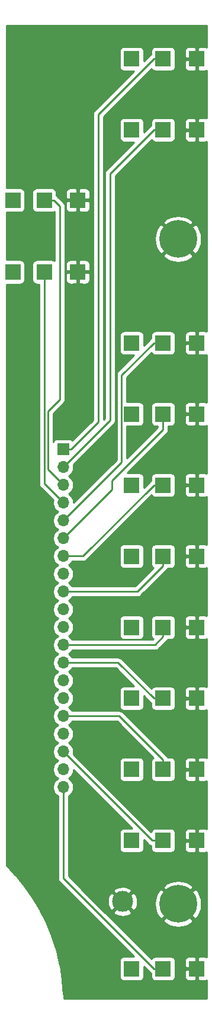
<source format=gbr>
%TF.GenerationSoftware,KiCad,Pcbnew,(5.1.6-0-10_14)*%
%TF.CreationDate,2020-09-17T10:50:06+02:00*%
%TF.ProjectId,cv_expander,63765f65-7870-4616-9e64-65722e6b6963,rev?*%
%TF.SameCoordinates,Original*%
%TF.FileFunction,Copper,L2,Bot*%
%TF.FilePolarity,Positive*%
%FSLAX46Y46*%
G04 Gerber Fmt 4.6, Leading zero omitted, Abs format (unit mm)*
G04 Created by KiCad (PCBNEW (5.1.6-0-10_14)) date 2020-09-17 10:50:06*
%MOMM*%
%LPD*%
G01*
G04 APERTURE LIST*
%TA.AperFunction,ComponentPad*%
%ADD10R,2.200000X2.200000*%
%TD*%
%TA.AperFunction,ComponentPad*%
%ADD11C,5.400000*%
%TD*%
%TA.AperFunction,ComponentPad*%
%ADD12O,1.700000X1.700000*%
%TD*%
%TA.AperFunction,ComponentPad*%
%ADD13R,1.700000X1.700000*%
%TD*%
%TA.AperFunction,ComponentPad*%
%ADD14C,3.000000*%
%TD*%
%TA.AperFunction,Conductor*%
%ADD15C,0.250000*%
%TD*%
%TA.AperFunction,Conductor*%
%ADD16C,0.254000*%
%TD*%
G04 APERTURE END LIST*
D10*
%TO.P,J14,R*%
%TO.N,Net-(J14-PadR)*%
X145600000Y-157000000D03*
%TO.P,J14,T*%
%TO.N,Net-(J1-Pad19)*%
X150100000Y-157000000D03*
%TO.P,J14,S*%
%TO.N,GND_D*%
X154900000Y-157000000D03*
%TD*%
D11*
%TO.P,GND,1*%
%TO.N,GND_D*%
X152250000Y-52750000D03*
%TD*%
D10*
%TO.P,J10,R*%
%TO.N,Net-(J10-PadR)*%
X145600000Y-108221208D03*
%TO.P,J10,T*%
%TO.N,Net-(J1-Pad11)*%
X150100000Y-108221208D03*
%TO.P,J10,S*%
%TO.N,GND_D*%
X154900000Y-108221208D03*
%TD*%
D12*
%TO.P,J1,20*%
%TO.N,Net-(J1-Pad19)*%
X135812000Y-131064000D03*
%TO.P,J1,19*%
X135812000Y-128524000D03*
%TO.P,J1,18*%
%TO.N,Net-(J1-Pad17)*%
X135812000Y-125984000D03*
%TO.P,J1,17*%
X135812000Y-123444000D03*
%TO.P,J1,16*%
%TO.N,Net-(J1-Pad15)*%
X135812000Y-120904000D03*
%TO.P,J1,15*%
X135812000Y-118364000D03*
%TO.P,J1,14*%
%TO.N,Net-(J1-Pad13)*%
X135812000Y-115824000D03*
%TO.P,J1,13*%
X135812000Y-113284000D03*
%TO.P,J1,12*%
%TO.N,Net-(J1-Pad11)*%
X135812000Y-110744000D03*
%TO.P,J1,11*%
X135812000Y-108204000D03*
%TO.P,J1,10*%
%TO.N,Net-(J1-Pad10)*%
X135812000Y-105664000D03*
%TO.P,J1,9*%
X135812000Y-103124000D03*
%TO.P,J1,8*%
%TO.N,Net-(J1-Pad7)*%
X135812000Y-100584000D03*
%TO.P,J1,7*%
X135812000Y-98044000D03*
%TO.P,J1,6*%
%TO.N,Net-(J1-Pad6)*%
X135812000Y-95504000D03*
%TO.P,J1,5*%
%TO.N,Net-(J1-Pad5)*%
X135812000Y-92964000D03*
%TO.P,J1,4*%
%TO.N,Net-(J1-Pad4)*%
X135812000Y-90424000D03*
%TO.P,J1,3*%
%TO.N,Net-(J1-Pad3)*%
X135812000Y-87884000D03*
%TO.P,J1,2*%
%TO.N,Net-(J1-Pad2)*%
X135812000Y-85344000D03*
D13*
%TO.P,J1,1*%
%TO.N,Net-(J1-Pad1)*%
X135812000Y-82804000D03*
%TD*%
D10*
%TO.P,J7,R*%
%TO.N,Net-(J7-PadR)*%
X145600000Y-77763255D03*
%TO.P,J7,T*%
%TO.N,Net-(J1-Pad6)*%
X150100000Y-77763255D03*
%TO.P,J7,S*%
%TO.N,GND_D*%
X154900000Y-77763255D03*
%TD*%
%TO.P,J6,R*%
%TO.N,Net-(J6-PadR)*%
X145600000Y-67610604D03*
%TO.P,J6,T*%
%TO.N,Net-(J1-Pad5)*%
X150100000Y-67610604D03*
%TO.P,J6,S*%
%TO.N,GND_D*%
X154900000Y-67610604D03*
%TD*%
%TO.P,J5,R*%
%TO.N,Net-(J5-PadR)*%
X128600000Y-57457953D03*
%TO.P,J5,T*%
%TO.N,Net-(J1-Pad4)*%
X133100000Y-57457953D03*
%TO.P,J5,S*%
%TO.N,GND_D*%
X137900000Y-57457953D03*
%TD*%
%TO.P,J4,R*%
%TO.N,Net-(J4-PadR)*%
X128600000Y-47200000D03*
%TO.P,J4,T*%
%TO.N,Net-(J1-Pad3)*%
X133100000Y-47200000D03*
%TO.P,J4,S*%
%TO.N,GND_D*%
X137900000Y-47200000D03*
%TD*%
%TO.P,J3,R*%
%TO.N,Net-(J3-PadR)*%
X145600000Y-37152651D03*
%TO.P,J3,T*%
%TO.N,Net-(J1-Pad2)*%
X150100000Y-37152651D03*
%TO.P,J3,S*%
%TO.N,GND_D*%
X154900000Y-37152651D03*
%TD*%
%TO.P,J2,R*%
%TO.N,Net-(J2-PadR)*%
X145600000Y-27000000D03*
%TO.P,J2,T*%
%TO.N,Net-(J1-Pad1)*%
X150100000Y-27000000D03*
%TO.P,J2,S*%
%TO.N,GND_D*%
X154900000Y-27000000D03*
%TD*%
%TO.P,J13,R*%
%TO.N,Net-(J13-PadR)*%
X145600000Y-138679163D03*
%TO.P,J13,T*%
%TO.N,Net-(J1-Pad17)*%
X150100000Y-138679163D03*
%TO.P,J13,S*%
%TO.N,GND_D*%
X154900000Y-138679163D03*
%TD*%
%TO.P,J12,R*%
%TO.N,Net-(J12-PadR)*%
X145600000Y-128526510D03*
%TO.P,J12,T*%
%TO.N,Net-(J1-Pad15)*%
X150100000Y-128526510D03*
%TO.P,J12,S*%
%TO.N,GND_D*%
X154900000Y-128526510D03*
%TD*%
%TO.P,J11,R*%
%TO.N,Net-(J11-PadR)*%
X145600000Y-118373859D03*
%TO.P,J11,T*%
%TO.N,Net-(J1-Pad13)*%
X150100000Y-118373859D03*
%TO.P,J11,S*%
%TO.N,GND_D*%
X154900000Y-118373859D03*
%TD*%
%TO.P,J9,R*%
%TO.N,Net-(J9-PadR)*%
X145600000Y-98068557D03*
%TO.P,J9,T*%
%TO.N,Net-(J1-Pad10)*%
X150100000Y-98068557D03*
%TO.P,J9,S*%
%TO.N,GND_D*%
X154900000Y-98068557D03*
%TD*%
%TO.P,J8,R*%
%TO.N,Net-(J8-PadR)*%
X145600000Y-87915906D03*
%TO.P,J8,T*%
%TO.N,Net-(J1-Pad7)*%
X150100000Y-87915906D03*
%TO.P,J8,S*%
%TO.N,GND_D*%
X154900000Y-87915906D03*
%TD*%
D14*
%TO.P,GND,1*%
%TO.N,GND_D*%
X144300000Y-147400000D03*
%TD*%
D11*
%TO.P,H1,1*%
%TO.N,GND_D*%
X152250000Y-147750000D03*
%TD*%
D15*
%TO.N,Net-(J1-Pad19)*%
X148750000Y-157000000D02*
X150100000Y-157000000D01*
X135812000Y-144062000D02*
X148750000Y-157000000D01*
X135812000Y-131064000D02*
X135812000Y-144062000D01*
%TO.N,Net-(J1-Pad17)*%
X148507163Y-138679163D02*
X135812000Y-125984000D01*
X150100000Y-138679163D02*
X148507163Y-138679163D01*
%TO.N,Net-(J1-Pad15)*%
X137014081Y-120904000D02*
X135812000Y-120904000D01*
X143827490Y-120904000D02*
X137014081Y-120904000D01*
X150100000Y-127176510D02*
X143827490Y-120904000D01*
X150100000Y-128526510D02*
X150100000Y-127176510D01*
%TO.N,Net-(J1-Pad13)*%
X137014081Y-113284000D02*
X135812000Y-113284000D01*
X143660141Y-113284000D02*
X137014081Y-113284000D01*
X148750000Y-118373859D02*
X143660141Y-113284000D01*
X150100000Y-118373859D02*
X148750000Y-118373859D01*
%TO.N,Net-(J1-Pad11)*%
X148927208Y-110744000D02*
X137014081Y-110744000D01*
X137014081Y-110744000D02*
X135812000Y-110744000D01*
X150100000Y-109571208D02*
X148927208Y-110744000D01*
X150100000Y-108221208D02*
X150100000Y-109571208D01*
%TO.N,Net-(J1-Pad10)*%
X137014081Y-103124000D02*
X135812000Y-103124000D01*
X146394557Y-103124000D02*
X137014081Y-103124000D01*
X150100000Y-99418557D02*
X146394557Y-103124000D01*
X150100000Y-98068557D02*
X150100000Y-99418557D01*
%TO.N,Net-(J1-Pad7)*%
X137014081Y-98044000D02*
X135812000Y-98044000D01*
X138621906Y-98044000D02*
X137014081Y-98044000D01*
X148750000Y-87915906D02*
X138621906Y-98044000D01*
X150100000Y-87915906D02*
X148750000Y-87915906D01*
%TO.N,Net-(J1-Pad6)*%
X136987001Y-94328999D02*
X136987001Y-94312999D01*
X135812000Y-95504000D02*
X136987001Y-94328999D01*
X142750000Y-88550000D02*
X142750000Y-87300000D01*
X136987001Y-94312999D02*
X142750000Y-88550000D01*
X150100000Y-79950000D02*
X150100000Y-77763255D01*
X142750000Y-87300000D02*
X150100000Y-79950000D01*
%TO.N,Net-(J1-Pad5)*%
X136661999Y-92114001D02*
X135812000Y-92964000D01*
X144174999Y-84601001D02*
X136661999Y-92114001D01*
X144174999Y-72185605D02*
X144174999Y-84601001D01*
X148750000Y-67610604D02*
X144174999Y-72185605D01*
X150100000Y-67610604D02*
X148750000Y-67610604D01*
%TO.N,Net-(J1-Pad4)*%
X133100000Y-87712000D02*
X133100000Y-57457953D01*
X135812000Y-90424000D02*
X133100000Y-87712000D01*
%TO.N,Net-(J1-Pad3)*%
X134450000Y-47200000D02*
X135300000Y-48050000D01*
X133100000Y-47200000D02*
X134450000Y-47200000D01*
X135300000Y-75650000D02*
X133600000Y-77350000D01*
X135300000Y-48050000D02*
X135300000Y-75650000D01*
X133600000Y-85672000D02*
X135812000Y-87884000D01*
X133600000Y-77350000D02*
X133600000Y-85672000D01*
%TO.N,Net-(J1-Pad2)*%
X148750000Y-37152651D02*
X142500000Y-43402651D01*
X150100000Y-37152651D02*
X148750000Y-37152651D01*
X142500000Y-78656000D02*
X135812000Y-85344000D01*
X142500000Y-43402651D02*
X142500000Y-78656000D01*
%TO.N,Net-(J1-Pad1)*%
X148750000Y-27000000D02*
X140800000Y-34950000D01*
X150100000Y-27000000D02*
X148750000Y-27000000D01*
X140800000Y-78916000D02*
X140800000Y-34950000D01*
X136912000Y-82804000D02*
X140800000Y-78916000D01*
X135812000Y-82804000D02*
X136912000Y-82804000D01*
%TD*%
D16*
%TO.N,GND_D*%
G36*
X156290001Y-25334990D02*
G01*
X156244180Y-25310498D01*
X156124482Y-25274188D01*
X156000000Y-25261928D01*
X155185750Y-25265000D01*
X155027000Y-25423750D01*
X155027000Y-26873000D01*
X155047000Y-26873000D01*
X155047000Y-27127000D01*
X155027000Y-27127000D01*
X155027000Y-28576250D01*
X155185750Y-28735000D01*
X156000000Y-28738072D01*
X156124482Y-28725812D01*
X156244180Y-28689502D01*
X156290001Y-28665010D01*
X156290001Y-35487641D01*
X156244180Y-35463149D01*
X156124482Y-35426839D01*
X156000000Y-35414579D01*
X155185750Y-35417651D01*
X155027000Y-35576401D01*
X155027000Y-37025651D01*
X155047000Y-37025651D01*
X155047000Y-37279651D01*
X155027000Y-37279651D01*
X155027000Y-38728901D01*
X155185750Y-38887651D01*
X156000000Y-38890723D01*
X156124482Y-38878463D01*
X156244180Y-38842153D01*
X156290001Y-38817661D01*
X156290001Y-65945594D01*
X156244180Y-65921102D01*
X156124482Y-65884792D01*
X156000000Y-65872532D01*
X155185750Y-65875604D01*
X155027000Y-66034354D01*
X155027000Y-67483604D01*
X155047000Y-67483604D01*
X155047000Y-67737604D01*
X155027000Y-67737604D01*
X155027000Y-69186854D01*
X155185750Y-69345604D01*
X156000000Y-69348676D01*
X156124482Y-69336416D01*
X156244180Y-69300106D01*
X156290001Y-69275614D01*
X156290001Y-76098245D01*
X156244180Y-76073753D01*
X156124482Y-76037443D01*
X156000000Y-76025183D01*
X155185750Y-76028255D01*
X155027000Y-76187005D01*
X155027000Y-77636255D01*
X155047000Y-77636255D01*
X155047000Y-77890255D01*
X155027000Y-77890255D01*
X155027000Y-79339505D01*
X155185750Y-79498255D01*
X156000000Y-79501327D01*
X156124482Y-79489067D01*
X156244180Y-79452757D01*
X156290001Y-79428265D01*
X156290001Y-86250896D01*
X156244180Y-86226404D01*
X156124482Y-86190094D01*
X156000000Y-86177834D01*
X155185750Y-86180906D01*
X155027000Y-86339656D01*
X155027000Y-87788906D01*
X155047000Y-87788906D01*
X155047000Y-88042906D01*
X155027000Y-88042906D01*
X155027000Y-89492156D01*
X155185750Y-89650906D01*
X156000000Y-89653978D01*
X156124482Y-89641718D01*
X156244180Y-89605408D01*
X156290001Y-89580916D01*
X156290000Y-96403547D01*
X156244180Y-96379055D01*
X156124482Y-96342745D01*
X156000000Y-96330485D01*
X155185750Y-96333557D01*
X155027000Y-96492307D01*
X155027000Y-97941557D01*
X155047000Y-97941557D01*
X155047000Y-98195557D01*
X155027000Y-98195557D01*
X155027000Y-99644807D01*
X155185750Y-99803557D01*
X156000000Y-99806629D01*
X156124482Y-99794369D01*
X156244180Y-99758059D01*
X156290000Y-99733567D01*
X156290000Y-106556198D01*
X156244180Y-106531706D01*
X156124482Y-106495396D01*
X156000000Y-106483136D01*
X155185750Y-106486208D01*
X155027000Y-106644958D01*
X155027000Y-108094208D01*
X155047000Y-108094208D01*
X155047000Y-108348208D01*
X155027000Y-108348208D01*
X155027000Y-109797458D01*
X155185750Y-109956208D01*
X156000000Y-109959280D01*
X156124482Y-109947020D01*
X156244180Y-109910710D01*
X156290000Y-109886218D01*
X156290000Y-116708849D01*
X156244180Y-116684357D01*
X156124482Y-116648047D01*
X156000000Y-116635787D01*
X155185750Y-116638859D01*
X155027000Y-116797609D01*
X155027000Y-118246859D01*
X155047000Y-118246859D01*
X155047000Y-118500859D01*
X155027000Y-118500859D01*
X155027000Y-119950109D01*
X155185750Y-120108859D01*
X156000000Y-120111931D01*
X156124482Y-120099671D01*
X156244180Y-120063361D01*
X156290000Y-120038869D01*
X156290000Y-126861500D01*
X156244180Y-126837008D01*
X156124482Y-126800698D01*
X156000000Y-126788438D01*
X155185750Y-126791510D01*
X155027000Y-126950260D01*
X155027000Y-128399510D01*
X155047000Y-128399510D01*
X155047000Y-128653510D01*
X155027000Y-128653510D01*
X155027000Y-130102760D01*
X155185750Y-130261510D01*
X156000000Y-130264582D01*
X156124482Y-130252322D01*
X156244180Y-130216012D01*
X156290000Y-130191520D01*
X156290000Y-137014153D01*
X156244180Y-136989661D01*
X156124482Y-136953351D01*
X156000000Y-136941091D01*
X155185750Y-136944163D01*
X155027000Y-137102913D01*
X155027000Y-138552163D01*
X155047000Y-138552163D01*
X155047000Y-138806163D01*
X155027000Y-138806163D01*
X155027000Y-140255413D01*
X155185750Y-140414163D01*
X156000000Y-140417235D01*
X156124482Y-140404975D01*
X156244180Y-140368665D01*
X156290000Y-140344173D01*
X156290000Y-155334990D01*
X156244180Y-155310498D01*
X156124482Y-155274188D01*
X156000000Y-155261928D01*
X155185750Y-155265000D01*
X155027000Y-155423750D01*
X155027000Y-156873000D01*
X155047000Y-156873000D01*
X155047000Y-157127000D01*
X155027000Y-157127000D01*
X155027000Y-158576250D01*
X155185750Y-158735000D01*
X156000000Y-158738072D01*
X156124482Y-158725812D01*
X156244180Y-158689502D01*
X156290000Y-158665010D01*
X156290000Y-161290000D01*
X135893465Y-161290000D01*
X135879608Y-160701978D01*
X135879079Y-160693338D01*
X135877263Y-160658676D01*
X135704713Y-158625125D01*
X135704259Y-158621424D01*
X135704045Y-158617721D01*
X135698221Y-158572250D01*
X135373685Y-156557361D01*
X135372955Y-156553709D01*
X135372464Y-156550027D01*
X135363246Y-156505121D01*
X134888549Y-154520237D01*
X134887549Y-154516655D01*
X134886782Y-154513016D01*
X134874223Y-154468928D01*
X134252038Y-152525223D01*
X134250770Y-152521721D01*
X134249734Y-152518154D01*
X134233905Y-152475132D01*
X133467735Y-150583549D01*
X133466211Y-150580157D01*
X133464908Y-150576673D01*
X133445898Y-150534958D01*
X132540057Y-148706146D01*
X132538281Y-148702876D01*
X132536722Y-148699501D01*
X132514637Y-148659329D01*
X131474223Y-146903584D01*
X131472205Y-146900452D01*
X131470399Y-146897208D01*
X131445365Y-146858805D01*
X130276236Y-145186011D01*
X130273990Y-145183041D01*
X130271945Y-145179940D01*
X130244102Y-145143522D01*
X128952840Y-143563097D01*
X128950383Y-143560310D01*
X128948106Y-143557364D01*
X128917610Y-143523137D01*
X127706903Y-142249545D01*
X127709033Y-59196025D01*
X129700000Y-59196025D01*
X129824482Y-59183765D01*
X129944180Y-59147455D01*
X130054494Y-59088490D01*
X130151185Y-59009138D01*
X130230537Y-58912447D01*
X130289502Y-58802133D01*
X130325812Y-58682435D01*
X130338072Y-58557953D01*
X130338072Y-56357953D01*
X130325812Y-56233471D01*
X130289502Y-56113773D01*
X130230537Y-56003459D01*
X130151185Y-55906768D01*
X130054494Y-55827416D01*
X129944180Y-55768451D01*
X129824482Y-55732141D01*
X129700000Y-55719881D01*
X127709122Y-55719881D01*
X127709296Y-48938072D01*
X129700000Y-48938072D01*
X129824482Y-48925812D01*
X129944180Y-48889502D01*
X130054494Y-48830537D01*
X130151185Y-48751185D01*
X130230537Y-48654494D01*
X130289502Y-48544180D01*
X130325812Y-48424482D01*
X130338072Y-48300000D01*
X130338072Y-46100000D01*
X131361928Y-46100000D01*
X131361928Y-48300000D01*
X131374188Y-48424482D01*
X131410498Y-48544180D01*
X131469463Y-48654494D01*
X131548815Y-48751185D01*
X131645506Y-48830537D01*
X131755820Y-48889502D01*
X131875518Y-48925812D01*
X132000000Y-48938072D01*
X134200000Y-48938072D01*
X134324482Y-48925812D01*
X134444180Y-48889502D01*
X134540000Y-48838284D01*
X134540000Y-55819669D01*
X134444180Y-55768451D01*
X134324482Y-55732141D01*
X134200000Y-55719881D01*
X132000000Y-55719881D01*
X131875518Y-55732141D01*
X131755820Y-55768451D01*
X131645506Y-55827416D01*
X131548815Y-55906768D01*
X131469463Y-56003459D01*
X131410498Y-56113773D01*
X131374188Y-56233471D01*
X131361928Y-56357953D01*
X131361928Y-58557953D01*
X131374188Y-58682435D01*
X131410498Y-58802133D01*
X131469463Y-58912447D01*
X131548815Y-59009138D01*
X131645506Y-59088490D01*
X131755820Y-59147455D01*
X131875518Y-59183765D01*
X132000000Y-59196025D01*
X132340001Y-59196025D01*
X132340000Y-87674678D01*
X132336324Y-87712000D01*
X132340000Y-87749322D01*
X132340000Y-87749332D01*
X132350997Y-87860985D01*
X132367657Y-87915906D01*
X132394454Y-88004246D01*
X132465026Y-88136276D01*
X132497829Y-88176246D01*
X132559999Y-88252001D01*
X132589003Y-88275804D01*
X134370790Y-90057592D01*
X134327000Y-90277740D01*
X134327000Y-90570260D01*
X134384068Y-90857158D01*
X134496010Y-91127411D01*
X134658525Y-91370632D01*
X134865368Y-91577475D01*
X135039760Y-91694000D01*
X134865368Y-91810525D01*
X134658525Y-92017368D01*
X134496010Y-92260589D01*
X134384068Y-92530842D01*
X134327000Y-92817740D01*
X134327000Y-93110260D01*
X134384068Y-93397158D01*
X134496010Y-93667411D01*
X134658525Y-93910632D01*
X134865368Y-94117475D01*
X135039760Y-94234000D01*
X134865368Y-94350525D01*
X134658525Y-94557368D01*
X134496010Y-94800589D01*
X134384068Y-95070842D01*
X134327000Y-95357740D01*
X134327000Y-95650260D01*
X134384068Y-95937158D01*
X134496010Y-96207411D01*
X134658525Y-96450632D01*
X134865368Y-96657475D01*
X135039760Y-96774000D01*
X134865368Y-96890525D01*
X134658525Y-97097368D01*
X134496010Y-97340589D01*
X134384068Y-97610842D01*
X134327000Y-97897740D01*
X134327000Y-98190260D01*
X134384068Y-98477158D01*
X134496010Y-98747411D01*
X134658525Y-98990632D01*
X134865368Y-99197475D01*
X135039760Y-99314000D01*
X134865368Y-99430525D01*
X134658525Y-99637368D01*
X134496010Y-99880589D01*
X134384068Y-100150842D01*
X134327000Y-100437740D01*
X134327000Y-100730260D01*
X134384068Y-101017158D01*
X134496010Y-101287411D01*
X134658525Y-101530632D01*
X134865368Y-101737475D01*
X135039760Y-101854000D01*
X134865368Y-101970525D01*
X134658525Y-102177368D01*
X134496010Y-102420589D01*
X134384068Y-102690842D01*
X134327000Y-102977740D01*
X134327000Y-103270260D01*
X134384068Y-103557158D01*
X134496010Y-103827411D01*
X134658525Y-104070632D01*
X134865368Y-104277475D01*
X135039760Y-104394000D01*
X134865368Y-104510525D01*
X134658525Y-104717368D01*
X134496010Y-104960589D01*
X134384068Y-105230842D01*
X134327000Y-105517740D01*
X134327000Y-105810260D01*
X134384068Y-106097158D01*
X134496010Y-106367411D01*
X134658525Y-106610632D01*
X134865368Y-106817475D01*
X135039760Y-106934000D01*
X134865368Y-107050525D01*
X134658525Y-107257368D01*
X134496010Y-107500589D01*
X134384068Y-107770842D01*
X134327000Y-108057740D01*
X134327000Y-108350260D01*
X134384068Y-108637158D01*
X134496010Y-108907411D01*
X134658525Y-109150632D01*
X134865368Y-109357475D01*
X135039760Y-109474000D01*
X134865368Y-109590525D01*
X134658525Y-109797368D01*
X134496010Y-110040589D01*
X134384068Y-110310842D01*
X134327000Y-110597740D01*
X134327000Y-110890260D01*
X134384068Y-111177158D01*
X134496010Y-111447411D01*
X134658525Y-111690632D01*
X134865368Y-111897475D01*
X135039760Y-112014000D01*
X134865368Y-112130525D01*
X134658525Y-112337368D01*
X134496010Y-112580589D01*
X134384068Y-112850842D01*
X134327000Y-113137740D01*
X134327000Y-113430260D01*
X134384068Y-113717158D01*
X134496010Y-113987411D01*
X134658525Y-114230632D01*
X134865368Y-114437475D01*
X135039760Y-114554000D01*
X134865368Y-114670525D01*
X134658525Y-114877368D01*
X134496010Y-115120589D01*
X134384068Y-115390842D01*
X134327000Y-115677740D01*
X134327000Y-115970260D01*
X134384068Y-116257158D01*
X134496010Y-116527411D01*
X134658525Y-116770632D01*
X134865368Y-116977475D01*
X135039760Y-117094000D01*
X134865368Y-117210525D01*
X134658525Y-117417368D01*
X134496010Y-117660589D01*
X134384068Y-117930842D01*
X134327000Y-118217740D01*
X134327000Y-118510260D01*
X134384068Y-118797158D01*
X134496010Y-119067411D01*
X134658525Y-119310632D01*
X134865368Y-119517475D01*
X135039760Y-119634000D01*
X134865368Y-119750525D01*
X134658525Y-119957368D01*
X134496010Y-120200589D01*
X134384068Y-120470842D01*
X134327000Y-120757740D01*
X134327000Y-121050260D01*
X134384068Y-121337158D01*
X134496010Y-121607411D01*
X134658525Y-121850632D01*
X134865368Y-122057475D01*
X135039760Y-122174000D01*
X134865368Y-122290525D01*
X134658525Y-122497368D01*
X134496010Y-122740589D01*
X134384068Y-123010842D01*
X134327000Y-123297740D01*
X134327000Y-123590260D01*
X134384068Y-123877158D01*
X134496010Y-124147411D01*
X134658525Y-124390632D01*
X134865368Y-124597475D01*
X135039760Y-124714000D01*
X134865368Y-124830525D01*
X134658525Y-125037368D01*
X134496010Y-125280589D01*
X134384068Y-125550842D01*
X134327000Y-125837740D01*
X134327000Y-126130260D01*
X134384068Y-126417158D01*
X134496010Y-126687411D01*
X134658525Y-126930632D01*
X134865368Y-127137475D01*
X135039760Y-127254000D01*
X134865368Y-127370525D01*
X134658525Y-127577368D01*
X134496010Y-127820589D01*
X134384068Y-128090842D01*
X134327000Y-128377740D01*
X134327000Y-128670260D01*
X134384068Y-128957158D01*
X134496010Y-129227411D01*
X134658525Y-129470632D01*
X134865368Y-129677475D01*
X135039760Y-129794000D01*
X134865368Y-129910525D01*
X134658525Y-130117368D01*
X134496010Y-130360589D01*
X134384068Y-130630842D01*
X134327000Y-130917740D01*
X134327000Y-131210260D01*
X134384068Y-131497158D01*
X134496010Y-131767411D01*
X134658525Y-132010632D01*
X134865368Y-132217475D01*
X135052000Y-132342179D01*
X135052001Y-144024668D01*
X135048324Y-144062000D01*
X135052001Y-144099333D01*
X135060408Y-144184684D01*
X135062998Y-144210985D01*
X135106454Y-144354246D01*
X135177026Y-144486276D01*
X135248157Y-144572948D01*
X135272000Y-144602001D01*
X135300998Y-144625799D01*
X145937126Y-155261928D01*
X144500000Y-155261928D01*
X144375518Y-155274188D01*
X144255820Y-155310498D01*
X144145506Y-155369463D01*
X144048815Y-155448815D01*
X143969463Y-155545506D01*
X143910498Y-155655820D01*
X143874188Y-155775518D01*
X143861928Y-155900000D01*
X143861928Y-158100000D01*
X143874188Y-158224482D01*
X143910498Y-158344180D01*
X143969463Y-158454494D01*
X144048815Y-158551185D01*
X144145506Y-158630537D01*
X144255820Y-158689502D01*
X144375518Y-158725812D01*
X144500000Y-158738072D01*
X146700000Y-158738072D01*
X146824482Y-158725812D01*
X146944180Y-158689502D01*
X147054494Y-158630537D01*
X147151185Y-158551185D01*
X147230537Y-158454494D01*
X147289502Y-158344180D01*
X147325812Y-158224482D01*
X147338072Y-158100000D01*
X147338072Y-156662874D01*
X148186201Y-157511003D01*
X148209999Y-157540001D01*
X148238997Y-157563799D01*
X148325723Y-157634974D01*
X148361928Y-157654326D01*
X148361928Y-158100000D01*
X148374188Y-158224482D01*
X148410498Y-158344180D01*
X148469463Y-158454494D01*
X148548815Y-158551185D01*
X148645506Y-158630537D01*
X148755820Y-158689502D01*
X148875518Y-158725812D01*
X149000000Y-158738072D01*
X151200000Y-158738072D01*
X151324482Y-158725812D01*
X151444180Y-158689502D01*
X151554494Y-158630537D01*
X151651185Y-158551185D01*
X151730537Y-158454494D01*
X151789502Y-158344180D01*
X151825812Y-158224482D01*
X151838072Y-158100000D01*
X153161928Y-158100000D01*
X153174188Y-158224482D01*
X153210498Y-158344180D01*
X153269463Y-158454494D01*
X153348815Y-158551185D01*
X153445506Y-158630537D01*
X153555820Y-158689502D01*
X153675518Y-158725812D01*
X153800000Y-158738072D01*
X154614250Y-158735000D01*
X154773000Y-158576250D01*
X154773000Y-157127000D01*
X153323750Y-157127000D01*
X153165000Y-157285750D01*
X153161928Y-158100000D01*
X151838072Y-158100000D01*
X151838072Y-155900000D01*
X153161928Y-155900000D01*
X153165000Y-156714250D01*
X153323750Y-156873000D01*
X154773000Y-156873000D01*
X154773000Y-155423750D01*
X154614250Y-155265000D01*
X153800000Y-155261928D01*
X153675518Y-155274188D01*
X153555820Y-155310498D01*
X153445506Y-155369463D01*
X153348815Y-155448815D01*
X153269463Y-155545506D01*
X153210498Y-155655820D01*
X153174188Y-155775518D01*
X153161928Y-155900000D01*
X151838072Y-155900000D01*
X151825812Y-155775518D01*
X151789502Y-155655820D01*
X151730537Y-155545506D01*
X151651185Y-155448815D01*
X151554494Y-155369463D01*
X151444180Y-155310498D01*
X151324482Y-155274188D01*
X151200000Y-155261928D01*
X149000000Y-155261928D01*
X148875518Y-155274188D01*
X148755820Y-155310498D01*
X148645506Y-155369463D01*
X148548815Y-155448815D01*
X148469463Y-155545506D01*
X148434924Y-155610122D01*
X142920176Y-150095374D01*
X150084231Y-150095374D01*
X150384411Y-150533828D01*
X150963356Y-150844296D01*
X151591746Y-151035852D01*
X152245431Y-151101134D01*
X152899293Y-151037634D01*
X153528203Y-150847792D01*
X154107992Y-150538904D01*
X154115589Y-150533828D01*
X154415769Y-150095374D01*
X152250000Y-147929605D01*
X150084231Y-150095374D01*
X142920176Y-150095374D01*
X141716455Y-148891653D01*
X142987952Y-148891653D01*
X143143962Y-149207214D01*
X143518745Y-149398020D01*
X143923551Y-149512044D01*
X144342824Y-149544902D01*
X144760451Y-149495334D01*
X145160383Y-149365243D01*
X145456038Y-149207214D01*
X145612048Y-148891653D01*
X144300000Y-147579605D01*
X142987952Y-148891653D01*
X141716455Y-148891653D01*
X140267626Y-147442824D01*
X142155098Y-147442824D01*
X142204666Y-147860451D01*
X142334757Y-148260383D01*
X142492786Y-148556038D01*
X142808347Y-148712048D01*
X144120395Y-147400000D01*
X144479605Y-147400000D01*
X145791653Y-148712048D01*
X146107214Y-148556038D01*
X146298020Y-148181255D01*
X146412044Y-147776449D01*
X146414474Y-147745431D01*
X148898866Y-147745431D01*
X148962366Y-148399293D01*
X149152208Y-149028203D01*
X149461096Y-149607992D01*
X149466172Y-149615589D01*
X149904626Y-149915769D01*
X152070395Y-147750000D01*
X152429605Y-147750000D01*
X154595374Y-149915769D01*
X155033828Y-149615589D01*
X155344296Y-149036644D01*
X155535852Y-148408254D01*
X155601134Y-147754569D01*
X155537634Y-147100707D01*
X155347792Y-146471797D01*
X155038904Y-145892008D01*
X155033828Y-145884411D01*
X154595374Y-145584231D01*
X152429605Y-147750000D01*
X152070395Y-147750000D01*
X149904626Y-145584231D01*
X149466172Y-145884411D01*
X149155704Y-146463356D01*
X148964148Y-147091746D01*
X148898866Y-147745431D01*
X146414474Y-147745431D01*
X146444902Y-147357176D01*
X146395334Y-146939549D01*
X146265243Y-146539617D01*
X146107214Y-146243962D01*
X145791653Y-146087952D01*
X144479605Y-147400000D01*
X144120395Y-147400000D01*
X142808347Y-146087952D01*
X142492786Y-146243962D01*
X142301980Y-146618745D01*
X142187956Y-147023551D01*
X142155098Y-147442824D01*
X140267626Y-147442824D01*
X138733149Y-145908347D01*
X142987952Y-145908347D01*
X144300000Y-147220395D01*
X145612048Y-145908347D01*
X145456038Y-145592786D01*
X145086453Y-145404626D01*
X150084231Y-145404626D01*
X152250000Y-147570395D01*
X154415769Y-145404626D01*
X154115589Y-144966172D01*
X153536644Y-144655704D01*
X152908254Y-144464148D01*
X152254569Y-144398866D01*
X151600707Y-144462366D01*
X150971797Y-144652208D01*
X150392008Y-144961096D01*
X150384411Y-144966172D01*
X150084231Y-145404626D01*
X145086453Y-145404626D01*
X145081255Y-145401980D01*
X144676449Y-145287956D01*
X144257176Y-145255098D01*
X143839549Y-145304666D01*
X143439617Y-145434757D01*
X143143962Y-145592786D01*
X142987952Y-145908347D01*
X138733149Y-145908347D01*
X136572000Y-143747199D01*
X136572000Y-132342178D01*
X136758632Y-132217475D01*
X136965475Y-132010632D01*
X137127990Y-131767411D01*
X137239932Y-131497158D01*
X137297000Y-131210260D01*
X137297000Y-130917740D01*
X137239932Y-130630842D01*
X137127990Y-130360589D01*
X136965475Y-130117368D01*
X136758632Y-129910525D01*
X136584240Y-129794000D01*
X136758632Y-129677475D01*
X136965475Y-129470632D01*
X137127990Y-129227411D01*
X137239932Y-128957158D01*
X137297000Y-128670260D01*
X137297000Y-128543801D01*
X145694289Y-136941091D01*
X144500000Y-136941091D01*
X144375518Y-136953351D01*
X144255820Y-136989661D01*
X144145506Y-137048626D01*
X144048815Y-137127978D01*
X143969463Y-137224669D01*
X143910498Y-137334983D01*
X143874188Y-137454681D01*
X143861928Y-137579163D01*
X143861928Y-139779163D01*
X143874188Y-139903645D01*
X143910498Y-140023343D01*
X143969463Y-140133657D01*
X144048815Y-140230348D01*
X144145506Y-140309700D01*
X144255820Y-140368665D01*
X144375518Y-140404975D01*
X144500000Y-140417235D01*
X146700000Y-140417235D01*
X146824482Y-140404975D01*
X146944180Y-140368665D01*
X147054494Y-140309700D01*
X147151185Y-140230348D01*
X147230537Y-140133657D01*
X147289502Y-140023343D01*
X147325812Y-139903645D01*
X147338072Y-139779163D01*
X147338072Y-138584874D01*
X147943364Y-139190166D01*
X147967162Y-139219164D01*
X148082887Y-139314137D01*
X148214916Y-139384709D01*
X148358177Y-139428166D01*
X148361928Y-139428535D01*
X148361928Y-139779163D01*
X148374188Y-139903645D01*
X148410498Y-140023343D01*
X148469463Y-140133657D01*
X148548815Y-140230348D01*
X148645506Y-140309700D01*
X148755820Y-140368665D01*
X148875518Y-140404975D01*
X149000000Y-140417235D01*
X151200000Y-140417235D01*
X151324482Y-140404975D01*
X151444180Y-140368665D01*
X151554494Y-140309700D01*
X151651185Y-140230348D01*
X151730537Y-140133657D01*
X151789502Y-140023343D01*
X151825812Y-139903645D01*
X151838072Y-139779163D01*
X153161928Y-139779163D01*
X153174188Y-139903645D01*
X153210498Y-140023343D01*
X153269463Y-140133657D01*
X153348815Y-140230348D01*
X153445506Y-140309700D01*
X153555820Y-140368665D01*
X153675518Y-140404975D01*
X153800000Y-140417235D01*
X154614250Y-140414163D01*
X154773000Y-140255413D01*
X154773000Y-138806163D01*
X153323750Y-138806163D01*
X153165000Y-138964913D01*
X153161928Y-139779163D01*
X151838072Y-139779163D01*
X151838072Y-137579163D01*
X153161928Y-137579163D01*
X153165000Y-138393413D01*
X153323750Y-138552163D01*
X154773000Y-138552163D01*
X154773000Y-137102913D01*
X154614250Y-136944163D01*
X153800000Y-136941091D01*
X153675518Y-136953351D01*
X153555820Y-136989661D01*
X153445506Y-137048626D01*
X153348815Y-137127978D01*
X153269463Y-137224669D01*
X153210498Y-137334983D01*
X153174188Y-137454681D01*
X153161928Y-137579163D01*
X151838072Y-137579163D01*
X151825812Y-137454681D01*
X151789502Y-137334983D01*
X151730537Y-137224669D01*
X151651185Y-137127978D01*
X151554494Y-137048626D01*
X151444180Y-136989661D01*
X151324482Y-136953351D01*
X151200000Y-136941091D01*
X149000000Y-136941091D01*
X148875518Y-136953351D01*
X148755820Y-136989661D01*
X148645506Y-137048626D01*
X148548815Y-137127978D01*
X148469463Y-137224669D01*
X148410498Y-137334983D01*
X148374188Y-137454681D01*
X148372690Y-137469888D01*
X138329312Y-127426510D01*
X143861928Y-127426510D01*
X143861928Y-129626510D01*
X143874188Y-129750992D01*
X143910498Y-129870690D01*
X143969463Y-129981004D01*
X144048815Y-130077695D01*
X144145506Y-130157047D01*
X144255820Y-130216012D01*
X144375518Y-130252322D01*
X144500000Y-130264582D01*
X146700000Y-130264582D01*
X146824482Y-130252322D01*
X146944180Y-130216012D01*
X147054494Y-130157047D01*
X147151185Y-130077695D01*
X147230537Y-129981004D01*
X147289502Y-129870690D01*
X147325812Y-129750992D01*
X147338072Y-129626510D01*
X147338072Y-127426510D01*
X147325812Y-127302028D01*
X147289502Y-127182330D01*
X147230537Y-127072016D01*
X147151185Y-126975325D01*
X147054494Y-126895973D01*
X146944180Y-126837008D01*
X146824482Y-126800698D01*
X146700000Y-126788438D01*
X144500000Y-126788438D01*
X144375518Y-126800698D01*
X144255820Y-126837008D01*
X144145506Y-126895973D01*
X144048815Y-126975325D01*
X143969463Y-127072016D01*
X143910498Y-127182330D01*
X143874188Y-127302028D01*
X143861928Y-127426510D01*
X138329312Y-127426510D01*
X137253209Y-126350408D01*
X137297000Y-126130260D01*
X137297000Y-125837740D01*
X137239932Y-125550842D01*
X137127990Y-125280589D01*
X136965475Y-125037368D01*
X136758632Y-124830525D01*
X136584240Y-124714000D01*
X136758632Y-124597475D01*
X136965475Y-124390632D01*
X137127990Y-124147411D01*
X137239932Y-123877158D01*
X137297000Y-123590260D01*
X137297000Y-123297740D01*
X137239932Y-123010842D01*
X137127990Y-122740589D01*
X136965475Y-122497368D01*
X136758632Y-122290525D01*
X136584240Y-122174000D01*
X136758632Y-122057475D01*
X136965475Y-121850632D01*
X137090178Y-121664000D01*
X143512689Y-121664000D01*
X148710122Y-126861434D01*
X148645506Y-126895973D01*
X148548815Y-126975325D01*
X148469463Y-127072016D01*
X148410498Y-127182330D01*
X148374188Y-127302028D01*
X148361928Y-127426510D01*
X148361928Y-129626510D01*
X148374188Y-129750992D01*
X148410498Y-129870690D01*
X148469463Y-129981004D01*
X148548815Y-130077695D01*
X148645506Y-130157047D01*
X148755820Y-130216012D01*
X148875518Y-130252322D01*
X149000000Y-130264582D01*
X151200000Y-130264582D01*
X151324482Y-130252322D01*
X151444180Y-130216012D01*
X151554494Y-130157047D01*
X151651185Y-130077695D01*
X151730537Y-129981004D01*
X151789502Y-129870690D01*
X151825812Y-129750992D01*
X151838072Y-129626510D01*
X153161928Y-129626510D01*
X153174188Y-129750992D01*
X153210498Y-129870690D01*
X153269463Y-129981004D01*
X153348815Y-130077695D01*
X153445506Y-130157047D01*
X153555820Y-130216012D01*
X153675518Y-130252322D01*
X153800000Y-130264582D01*
X154614250Y-130261510D01*
X154773000Y-130102760D01*
X154773000Y-128653510D01*
X153323750Y-128653510D01*
X153165000Y-128812260D01*
X153161928Y-129626510D01*
X151838072Y-129626510D01*
X151838072Y-127426510D01*
X153161928Y-127426510D01*
X153165000Y-128240760D01*
X153323750Y-128399510D01*
X154773000Y-128399510D01*
X154773000Y-126950260D01*
X154614250Y-126791510D01*
X153800000Y-126788438D01*
X153675518Y-126800698D01*
X153555820Y-126837008D01*
X153445506Y-126895973D01*
X153348815Y-126975325D01*
X153269463Y-127072016D01*
X153210498Y-127182330D01*
X153174188Y-127302028D01*
X153161928Y-127426510D01*
X151838072Y-127426510D01*
X151825812Y-127302028D01*
X151789502Y-127182330D01*
X151730537Y-127072016D01*
X151651185Y-126975325D01*
X151554494Y-126895973D01*
X151444180Y-126837008D01*
X151324482Y-126800698D01*
X151200000Y-126788438D01*
X150754326Y-126788438D01*
X150734974Y-126752234D01*
X150640001Y-126636509D01*
X150611003Y-126612711D01*
X144391294Y-120393003D01*
X144367491Y-120363999D01*
X144251766Y-120269026D01*
X144119737Y-120198454D01*
X143976476Y-120154997D01*
X143864823Y-120144000D01*
X143864812Y-120144000D01*
X143827490Y-120140324D01*
X143790168Y-120144000D01*
X137090178Y-120144000D01*
X136965475Y-119957368D01*
X136758632Y-119750525D01*
X136584240Y-119634000D01*
X136758632Y-119517475D01*
X136965475Y-119310632D01*
X137127990Y-119067411D01*
X137239932Y-118797158D01*
X137297000Y-118510260D01*
X137297000Y-118217740D01*
X137239932Y-117930842D01*
X137127990Y-117660589D01*
X136965475Y-117417368D01*
X136758632Y-117210525D01*
X136584240Y-117094000D01*
X136758632Y-116977475D01*
X136965475Y-116770632D01*
X137127990Y-116527411D01*
X137239932Y-116257158D01*
X137297000Y-115970260D01*
X137297000Y-115677740D01*
X137239932Y-115390842D01*
X137127990Y-115120589D01*
X136965475Y-114877368D01*
X136758632Y-114670525D01*
X136584240Y-114554000D01*
X136758632Y-114437475D01*
X136965475Y-114230632D01*
X137090178Y-114044000D01*
X143345340Y-114044000D01*
X145937126Y-116635787D01*
X144500000Y-116635787D01*
X144375518Y-116648047D01*
X144255820Y-116684357D01*
X144145506Y-116743322D01*
X144048815Y-116822674D01*
X143969463Y-116919365D01*
X143910498Y-117029679D01*
X143874188Y-117149377D01*
X143861928Y-117273859D01*
X143861928Y-119473859D01*
X143874188Y-119598341D01*
X143910498Y-119718039D01*
X143969463Y-119828353D01*
X144048815Y-119925044D01*
X144145506Y-120004396D01*
X144255820Y-120063361D01*
X144375518Y-120099671D01*
X144500000Y-120111931D01*
X146700000Y-120111931D01*
X146824482Y-120099671D01*
X146944180Y-120063361D01*
X147054494Y-120004396D01*
X147151185Y-119925044D01*
X147230537Y-119828353D01*
X147289502Y-119718039D01*
X147325812Y-119598341D01*
X147338072Y-119473859D01*
X147338072Y-118036733D01*
X148186201Y-118884862D01*
X148209999Y-118913860D01*
X148238997Y-118937658D01*
X148325724Y-119008833D01*
X148361928Y-119028185D01*
X148361928Y-119473859D01*
X148374188Y-119598341D01*
X148410498Y-119718039D01*
X148469463Y-119828353D01*
X148548815Y-119925044D01*
X148645506Y-120004396D01*
X148755820Y-120063361D01*
X148875518Y-120099671D01*
X149000000Y-120111931D01*
X151200000Y-120111931D01*
X151324482Y-120099671D01*
X151444180Y-120063361D01*
X151554494Y-120004396D01*
X151651185Y-119925044D01*
X151730537Y-119828353D01*
X151789502Y-119718039D01*
X151825812Y-119598341D01*
X151838072Y-119473859D01*
X153161928Y-119473859D01*
X153174188Y-119598341D01*
X153210498Y-119718039D01*
X153269463Y-119828353D01*
X153348815Y-119925044D01*
X153445506Y-120004396D01*
X153555820Y-120063361D01*
X153675518Y-120099671D01*
X153800000Y-120111931D01*
X154614250Y-120108859D01*
X154773000Y-119950109D01*
X154773000Y-118500859D01*
X153323750Y-118500859D01*
X153165000Y-118659609D01*
X153161928Y-119473859D01*
X151838072Y-119473859D01*
X151838072Y-117273859D01*
X153161928Y-117273859D01*
X153165000Y-118088109D01*
X153323750Y-118246859D01*
X154773000Y-118246859D01*
X154773000Y-116797609D01*
X154614250Y-116638859D01*
X153800000Y-116635787D01*
X153675518Y-116648047D01*
X153555820Y-116684357D01*
X153445506Y-116743322D01*
X153348815Y-116822674D01*
X153269463Y-116919365D01*
X153210498Y-117029679D01*
X153174188Y-117149377D01*
X153161928Y-117273859D01*
X151838072Y-117273859D01*
X151825812Y-117149377D01*
X151789502Y-117029679D01*
X151730537Y-116919365D01*
X151651185Y-116822674D01*
X151554494Y-116743322D01*
X151444180Y-116684357D01*
X151324482Y-116648047D01*
X151200000Y-116635787D01*
X149000000Y-116635787D01*
X148875518Y-116648047D01*
X148755820Y-116684357D01*
X148645506Y-116743322D01*
X148548815Y-116822674D01*
X148469463Y-116919365D01*
X148434924Y-116983981D01*
X144223945Y-112773003D01*
X144200142Y-112743999D01*
X144084417Y-112649026D01*
X143952388Y-112578454D01*
X143809127Y-112534997D01*
X143697474Y-112524000D01*
X143697463Y-112524000D01*
X143660141Y-112520324D01*
X143622819Y-112524000D01*
X137090178Y-112524000D01*
X136965475Y-112337368D01*
X136758632Y-112130525D01*
X136584240Y-112014000D01*
X136758632Y-111897475D01*
X136965475Y-111690632D01*
X137090178Y-111504000D01*
X148889886Y-111504000D01*
X148927208Y-111507676D01*
X148964530Y-111504000D01*
X148964541Y-111504000D01*
X149076194Y-111493003D01*
X149219455Y-111449546D01*
X149351484Y-111378974D01*
X149467209Y-111284001D01*
X149491012Y-111254997D01*
X150611003Y-110135007D01*
X150640001Y-110111209D01*
X150734974Y-109995484D01*
X150754326Y-109959280D01*
X151200000Y-109959280D01*
X151324482Y-109947020D01*
X151444180Y-109910710D01*
X151554494Y-109851745D01*
X151651185Y-109772393D01*
X151730537Y-109675702D01*
X151789502Y-109565388D01*
X151825812Y-109445690D01*
X151838072Y-109321208D01*
X153161928Y-109321208D01*
X153174188Y-109445690D01*
X153210498Y-109565388D01*
X153269463Y-109675702D01*
X153348815Y-109772393D01*
X153445506Y-109851745D01*
X153555820Y-109910710D01*
X153675518Y-109947020D01*
X153800000Y-109959280D01*
X154614250Y-109956208D01*
X154773000Y-109797458D01*
X154773000Y-108348208D01*
X153323750Y-108348208D01*
X153165000Y-108506958D01*
X153161928Y-109321208D01*
X151838072Y-109321208D01*
X151838072Y-107121208D01*
X153161928Y-107121208D01*
X153165000Y-107935458D01*
X153323750Y-108094208D01*
X154773000Y-108094208D01*
X154773000Y-106644958D01*
X154614250Y-106486208D01*
X153800000Y-106483136D01*
X153675518Y-106495396D01*
X153555820Y-106531706D01*
X153445506Y-106590671D01*
X153348815Y-106670023D01*
X153269463Y-106766714D01*
X153210498Y-106877028D01*
X153174188Y-106996726D01*
X153161928Y-107121208D01*
X151838072Y-107121208D01*
X151825812Y-106996726D01*
X151789502Y-106877028D01*
X151730537Y-106766714D01*
X151651185Y-106670023D01*
X151554494Y-106590671D01*
X151444180Y-106531706D01*
X151324482Y-106495396D01*
X151200000Y-106483136D01*
X149000000Y-106483136D01*
X148875518Y-106495396D01*
X148755820Y-106531706D01*
X148645506Y-106590671D01*
X148548815Y-106670023D01*
X148469463Y-106766714D01*
X148410498Y-106877028D01*
X148374188Y-106996726D01*
X148361928Y-107121208D01*
X148361928Y-109321208D01*
X148374188Y-109445690D01*
X148410498Y-109565388D01*
X148469463Y-109675702D01*
X148548815Y-109772393D01*
X148645506Y-109851745D01*
X148710123Y-109886284D01*
X148612407Y-109984000D01*
X137090178Y-109984000D01*
X136965475Y-109797368D01*
X136758632Y-109590525D01*
X136584240Y-109474000D01*
X136758632Y-109357475D01*
X136965475Y-109150632D01*
X137127990Y-108907411D01*
X137239932Y-108637158D01*
X137297000Y-108350260D01*
X137297000Y-108057740D01*
X137239932Y-107770842D01*
X137127990Y-107500589D01*
X136965475Y-107257368D01*
X136829315Y-107121208D01*
X143861928Y-107121208D01*
X143861928Y-109321208D01*
X143874188Y-109445690D01*
X143910498Y-109565388D01*
X143969463Y-109675702D01*
X144048815Y-109772393D01*
X144145506Y-109851745D01*
X144255820Y-109910710D01*
X144375518Y-109947020D01*
X144500000Y-109959280D01*
X146700000Y-109959280D01*
X146824482Y-109947020D01*
X146944180Y-109910710D01*
X147054494Y-109851745D01*
X147151185Y-109772393D01*
X147230537Y-109675702D01*
X147289502Y-109565388D01*
X147325812Y-109445690D01*
X147338072Y-109321208D01*
X147338072Y-107121208D01*
X147325812Y-106996726D01*
X147289502Y-106877028D01*
X147230537Y-106766714D01*
X147151185Y-106670023D01*
X147054494Y-106590671D01*
X146944180Y-106531706D01*
X146824482Y-106495396D01*
X146700000Y-106483136D01*
X144500000Y-106483136D01*
X144375518Y-106495396D01*
X144255820Y-106531706D01*
X144145506Y-106590671D01*
X144048815Y-106670023D01*
X143969463Y-106766714D01*
X143910498Y-106877028D01*
X143874188Y-106996726D01*
X143861928Y-107121208D01*
X136829315Y-107121208D01*
X136758632Y-107050525D01*
X136584240Y-106934000D01*
X136758632Y-106817475D01*
X136965475Y-106610632D01*
X137127990Y-106367411D01*
X137239932Y-106097158D01*
X137297000Y-105810260D01*
X137297000Y-105517740D01*
X137239932Y-105230842D01*
X137127990Y-104960589D01*
X136965475Y-104717368D01*
X136758632Y-104510525D01*
X136584240Y-104394000D01*
X136758632Y-104277475D01*
X136965475Y-104070632D01*
X137090178Y-103884000D01*
X146357235Y-103884000D01*
X146394557Y-103887676D01*
X146431879Y-103884000D01*
X146431890Y-103884000D01*
X146543543Y-103873003D01*
X146686804Y-103829546D01*
X146818833Y-103758974D01*
X146934558Y-103664001D01*
X146958361Y-103634997D01*
X150611003Y-99982356D01*
X150640001Y-99958558D01*
X150734974Y-99842833D01*
X150754326Y-99806629D01*
X151200000Y-99806629D01*
X151324482Y-99794369D01*
X151444180Y-99758059D01*
X151554494Y-99699094D01*
X151651185Y-99619742D01*
X151730537Y-99523051D01*
X151789502Y-99412737D01*
X151825812Y-99293039D01*
X151838072Y-99168557D01*
X153161928Y-99168557D01*
X153174188Y-99293039D01*
X153210498Y-99412737D01*
X153269463Y-99523051D01*
X153348815Y-99619742D01*
X153445506Y-99699094D01*
X153555820Y-99758059D01*
X153675518Y-99794369D01*
X153800000Y-99806629D01*
X154614250Y-99803557D01*
X154773000Y-99644807D01*
X154773000Y-98195557D01*
X153323750Y-98195557D01*
X153165000Y-98354307D01*
X153161928Y-99168557D01*
X151838072Y-99168557D01*
X151838072Y-96968557D01*
X153161928Y-96968557D01*
X153165000Y-97782807D01*
X153323750Y-97941557D01*
X154773000Y-97941557D01*
X154773000Y-96492307D01*
X154614250Y-96333557D01*
X153800000Y-96330485D01*
X153675518Y-96342745D01*
X153555820Y-96379055D01*
X153445506Y-96438020D01*
X153348815Y-96517372D01*
X153269463Y-96614063D01*
X153210498Y-96724377D01*
X153174188Y-96844075D01*
X153161928Y-96968557D01*
X151838072Y-96968557D01*
X151825812Y-96844075D01*
X151789502Y-96724377D01*
X151730537Y-96614063D01*
X151651185Y-96517372D01*
X151554494Y-96438020D01*
X151444180Y-96379055D01*
X151324482Y-96342745D01*
X151200000Y-96330485D01*
X149000000Y-96330485D01*
X148875518Y-96342745D01*
X148755820Y-96379055D01*
X148645506Y-96438020D01*
X148548815Y-96517372D01*
X148469463Y-96614063D01*
X148410498Y-96724377D01*
X148374188Y-96844075D01*
X148361928Y-96968557D01*
X148361928Y-99168557D01*
X148374188Y-99293039D01*
X148410498Y-99412737D01*
X148469463Y-99523051D01*
X148548815Y-99619742D01*
X148645506Y-99699094D01*
X148710122Y-99733633D01*
X146079756Y-102364000D01*
X137090178Y-102364000D01*
X136965475Y-102177368D01*
X136758632Y-101970525D01*
X136584240Y-101854000D01*
X136758632Y-101737475D01*
X136965475Y-101530632D01*
X137127990Y-101287411D01*
X137239932Y-101017158D01*
X137297000Y-100730260D01*
X137297000Y-100437740D01*
X137239932Y-100150842D01*
X137127990Y-99880589D01*
X136965475Y-99637368D01*
X136758632Y-99430525D01*
X136584240Y-99314000D01*
X136758632Y-99197475D01*
X136965475Y-98990632D01*
X137090178Y-98804000D01*
X138584584Y-98804000D01*
X138621906Y-98807676D01*
X138659228Y-98804000D01*
X138659239Y-98804000D01*
X138770892Y-98793003D01*
X138914153Y-98749546D01*
X139046182Y-98678974D01*
X139161907Y-98584001D01*
X139185710Y-98554997D01*
X140772150Y-96968557D01*
X143861928Y-96968557D01*
X143861928Y-99168557D01*
X143874188Y-99293039D01*
X143910498Y-99412737D01*
X143969463Y-99523051D01*
X144048815Y-99619742D01*
X144145506Y-99699094D01*
X144255820Y-99758059D01*
X144375518Y-99794369D01*
X144500000Y-99806629D01*
X146700000Y-99806629D01*
X146824482Y-99794369D01*
X146944180Y-99758059D01*
X147054494Y-99699094D01*
X147151185Y-99619742D01*
X147230537Y-99523051D01*
X147289502Y-99412737D01*
X147325812Y-99293039D01*
X147338072Y-99168557D01*
X147338072Y-96968557D01*
X147325812Y-96844075D01*
X147289502Y-96724377D01*
X147230537Y-96614063D01*
X147151185Y-96517372D01*
X147054494Y-96438020D01*
X146944180Y-96379055D01*
X146824482Y-96342745D01*
X146700000Y-96330485D01*
X144500000Y-96330485D01*
X144375518Y-96342745D01*
X144255820Y-96379055D01*
X144145506Y-96438020D01*
X144048815Y-96517372D01*
X143969463Y-96614063D01*
X143910498Y-96724377D01*
X143874188Y-96844075D01*
X143861928Y-96968557D01*
X140772150Y-96968557D01*
X148434924Y-89305784D01*
X148469463Y-89370400D01*
X148548815Y-89467091D01*
X148645506Y-89546443D01*
X148755820Y-89605408D01*
X148875518Y-89641718D01*
X149000000Y-89653978D01*
X151200000Y-89653978D01*
X151324482Y-89641718D01*
X151444180Y-89605408D01*
X151554494Y-89546443D01*
X151651185Y-89467091D01*
X151730537Y-89370400D01*
X151789502Y-89260086D01*
X151825812Y-89140388D01*
X151838072Y-89015906D01*
X153161928Y-89015906D01*
X153174188Y-89140388D01*
X153210498Y-89260086D01*
X153269463Y-89370400D01*
X153348815Y-89467091D01*
X153445506Y-89546443D01*
X153555820Y-89605408D01*
X153675518Y-89641718D01*
X153800000Y-89653978D01*
X154614250Y-89650906D01*
X154773000Y-89492156D01*
X154773000Y-88042906D01*
X153323750Y-88042906D01*
X153165000Y-88201656D01*
X153161928Y-89015906D01*
X151838072Y-89015906D01*
X151838072Y-86815906D01*
X153161928Y-86815906D01*
X153165000Y-87630156D01*
X153323750Y-87788906D01*
X154773000Y-87788906D01*
X154773000Y-86339656D01*
X154614250Y-86180906D01*
X153800000Y-86177834D01*
X153675518Y-86190094D01*
X153555820Y-86226404D01*
X153445506Y-86285369D01*
X153348815Y-86364721D01*
X153269463Y-86461412D01*
X153210498Y-86571726D01*
X153174188Y-86691424D01*
X153161928Y-86815906D01*
X151838072Y-86815906D01*
X151825812Y-86691424D01*
X151789502Y-86571726D01*
X151730537Y-86461412D01*
X151651185Y-86364721D01*
X151554494Y-86285369D01*
X151444180Y-86226404D01*
X151324482Y-86190094D01*
X151200000Y-86177834D01*
X149000000Y-86177834D01*
X148875518Y-86190094D01*
X148755820Y-86226404D01*
X148645506Y-86285369D01*
X148548815Y-86364721D01*
X148469463Y-86461412D01*
X148410498Y-86571726D01*
X148374188Y-86691424D01*
X148361928Y-86815906D01*
X148361928Y-87261580D01*
X148325723Y-87280932D01*
X148242083Y-87349574D01*
X148209999Y-87375905D01*
X148186201Y-87404903D01*
X147338072Y-88253032D01*
X147338072Y-86815906D01*
X147325812Y-86691424D01*
X147289502Y-86571726D01*
X147230537Y-86461412D01*
X147151185Y-86364721D01*
X147054494Y-86285369D01*
X146944180Y-86226404D01*
X146824482Y-86190094D01*
X146700000Y-86177834D01*
X144946967Y-86177834D01*
X150611004Y-80513798D01*
X150640001Y-80490001D01*
X150734974Y-80374276D01*
X150805546Y-80242247D01*
X150849003Y-80098986D01*
X150860000Y-79987333D01*
X150860000Y-79987325D01*
X150863676Y-79950000D01*
X150860000Y-79912675D01*
X150860000Y-79501327D01*
X151200000Y-79501327D01*
X151324482Y-79489067D01*
X151444180Y-79452757D01*
X151554494Y-79393792D01*
X151651185Y-79314440D01*
X151730537Y-79217749D01*
X151789502Y-79107435D01*
X151825812Y-78987737D01*
X151838072Y-78863255D01*
X153161928Y-78863255D01*
X153174188Y-78987737D01*
X153210498Y-79107435D01*
X153269463Y-79217749D01*
X153348815Y-79314440D01*
X153445506Y-79393792D01*
X153555820Y-79452757D01*
X153675518Y-79489067D01*
X153800000Y-79501327D01*
X154614250Y-79498255D01*
X154773000Y-79339505D01*
X154773000Y-77890255D01*
X153323750Y-77890255D01*
X153165000Y-78049005D01*
X153161928Y-78863255D01*
X151838072Y-78863255D01*
X151838072Y-76663255D01*
X153161928Y-76663255D01*
X153165000Y-77477505D01*
X153323750Y-77636255D01*
X154773000Y-77636255D01*
X154773000Y-76187005D01*
X154614250Y-76028255D01*
X153800000Y-76025183D01*
X153675518Y-76037443D01*
X153555820Y-76073753D01*
X153445506Y-76132718D01*
X153348815Y-76212070D01*
X153269463Y-76308761D01*
X153210498Y-76419075D01*
X153174188Y-76538773D01*
X153161928Y-76663255D01*
X151838072Y-76663255D01*
X151825812Y-76538773D01*
X151789502Y-76419075D01*
X151730537Y-76308761D01*
X151651185Y-76212070D01*
X151554494Y-76132718D01*
X151444180Y-76073753D01*
X151324482Y-76037443D01*
X151200000Y-76025183D01*
X149000000Y-76025183D01*
X148875518Y-76037443D01*
X148755820Y-76073753D01*
X148645506Y-76132718D01*
X148548815Y-76212070D01*
X148469463Y-76308761D01*
X148410498Y-76419075D01*
X148374188Y-76538773D01*
X148361928Y-76663255D01*
X148361928Y-78863255D01*
X148374188Y-78987737D01*
X148410498Y-79107435D01*
X148469463Y-79217749D01*
X148548815Y-79314440D01*
X148645506Y-79393792D01*
X148755820Y-79452757D01*
X148875518Y-79489067D01*
X149000000Y-79501327D01*
X149340000Y-79501327D01*
X149340000Y-79635198D01*
X144934999Y-84040200D01*
X144934999Y-79501327D01*
X146700000Y-79501327D01*
X146824482Y-79489067D01*
X146944180Y-79452757D01*
X147054494Y-79393792D01*
X147151185Y-79314440D01*
X147230537Y-79217749D01*
X147289502Y-79107435D01*
X147325812Y-78987737D01*
X147338072Y-78863255D01*
X147338072Y-76663255D01*
X147325812Y-76538773D01*
X147289502Y-76419075D01*
X147230537Y-76308761D01*
X147151185Y-76212070D01*
X147054494Y-76132718D01*
X146944180Y-76073753D01*
X146824482Y-76037443D01*
X146700000Y-76025183D01*
X144934999Y-76025183D01*
X144934999Y-72500406D01*
X148434925Y-69000482D01*
X148469463Y-69065098D01*
X148548815Y-69161789D01*
X148645506Y-69241141D01*
X148755820Y-69300106D01*
X148875518Y-69336416D01*
X149000000Y-69348676D01*
X151200000Y-69348676D01*
X151324482Y-69336416D01*
X151444180Y-69300106D01*
X151554494Y-69241141D01*
X151651185Y-69161789D01*
X151730537Y-69065098D01*
X151789502Y-68954784D01*
X151825812Y-68835086D01*
X151838072Y-68710604D01*
X153161928Y-68710604D01*
X153174188Y-68835086D01*
X153210498Y-68954784D01*
X153269463Y-69065098D01*
X153348815Y-69161789D01*
X153445506Y-69241141D01*
X153555820Y-69300106D01*
X153675518Y-69336416D01*
X153800000Y-69348676D01*
X154614250Y-69345604D01*
X154773000Y-69186854D01*
X154773000Y-67737604D01*
X153323750Y-67737604D01*
X153165000Y-67896354D01*
X153161928Y-68710604D01*
X151838072Y-68710604D01*
X151838072Y-66510604D01*
X153161928Y-66510604D01*
X153165000Y-67324854D01*
X153323750Y-67483604D01*
X154773000Y-67483604D01*
X154773000Y-66034354D01*
X154614250Y-65875604D01*
X153800000Y-65872532D01*
X153675518Y-65884792D01*
X153555820Y-65921102D01*
X153445506Y-65980067D01*
X153348815Y-66059419D01*
X153269463Y-66156110D01*
X153210498Y-66266424D01*
X153174188Y-66386122D01*
X153161928Y-66510604D01*
X151838072Y-66510604D01*
X151825812Y-66386122D01*
X151789502Y-66266424D01*
X151730537Y-66156110D01*
X151651185Y-66059419D01*
X151554494Y-65980067D01*
X151444180Y-65921102D01*
X151324482Y-65884792D01*
X151200000Y-65872532D01*
X149000000Y-65872532D01*
X148875518Y-65884792D01*
X148755820Y-65921102D01*
X148645506Y-65980067D01*
X148548815Y-66059419D01*
X148469463Y-66156110D01*
X148410498Y-66266424D01*
X148374188Y-66386122D01*
X148361928Y-66510604D01*
X148361928Y-66956278D01*
X148325724Y-66975630D01*
X148325722Y-66975631D01*
X148325723Y-66975631D01*
X148238996Y-67046805D01*
X148238992Y-67046809D01*
X148209999Y-67070603D01*
X148186205Y-67099596D01*
X147338072Y-67947729D01*
X147338072Y-66510604D01*
X147325812Y-66386122D01*
X147289502Y-66266424D01*
X147230537Y-66156110D01*
X147151185Y-66059419D01*
X147054494Y-65980067D01*
X146944180Y-65921102D01*
X146824482Y-65884792D01*
X146700000Y-65872532D01*
X144500000Y-65872532D01*
X144375518Y-65884792D01*
X144255820Y-65921102D01*
X144145506Y-65980067D01*
X144048815Y-66059419D01*
X143969463Y-66156110D01*
X143910498Y-66266424D01*
X143874188Y-66386122D01*
X143861928Y-66510604D01*
X143861928Y-68710604D01*
X143874188Y-68835086D01*
X143910498Y-68954784D01*
X143969463Y-69065098D01*
X144048815Y-69161789D01*
X144145506Y-69241141D01*
X144255820Y-69300106D01*
X144375518Y-69336416D01*
X144500000Y-69348676D01*
X145937126Y-69348676D01*
X143664002Y-71621801D01*
X143634998Y-71645604D01*
X143579870Y-71712779D01*
X143540025Y-71761329D01*
X143469454Y-71893358D01*
X143469453Y-71893359D01*
X143425996Y-72036620D01*
X143414999Y-72148273D01*
X143414999Y-72148283D01*
X143411323Y-72185605D01*
X143414999Y-72222927D01*
X143415000Y-84286197D01*
X137297000Y-90404199D01*
X137297000Y-90277740D01*
X137239932Y-89990842D01*
X137127990Y-89720589D01*
X136965475Y-89477368D01*
X136758632Y-89270525D01*
X136584240Y-89154000D01*
X136758632Y-89037475D01*
X136965475Y-88830632D01*
X137127990Y-88587411D01*
X137239932Y-88317158D01*
X137297000Y-88030260D01*
X137297000Y-87737740D01*
X137239932Y-87450842D01*
X137127990Y-87180589D01*
X136965475Y-86937368D01*
X136758632Y-86730525D01*
X136584240Y-86614000D01*
X136758632Y-86497475D01*
X136965475Y-86290632D01*
X137127990Y-86047411D01*
X137239932Y-85777158D01*
X137297000Y-85490260D01*
X137297000Y-85197740D01*
X137253209Y-84977592D01*
X143011003Y-79219799D01*
X143040001Y-79196001D01*
X143134974Y-79080276D01*
X143205546Y-78948247D01*
X143249003Y-78804986D01*
X143260000Y-78693333D01*
X143260000Y-78693324D01*
X143263676Y-78656001D01*
X143260000Y-78618678D01*
X143260000Y-55095374D01*
X150084231Y-55095374D01*
X150384411Y-55533828D01*
X150963356Y-55844296D01*
X151591746Y-56035852D01*
X152245431Y-56101134D01*
X152899293Y-56037634D01*
X153528203Y-55847792D01*
X154107992Y-55538904D01*
X154115589Y-55533828D01*
X154415769Y-55095374D01*
X152250000Y-52929605D01*
X150084231Y-55095374D01*
X143260000Y-55095374D01*
X143260000Y-52745431D01*
X148898866Y-52745431D01*
X148962366Y-53399293D01*
X149152208Y-54028203D01*
X149461096Y-54607992D01*
X149466172Y-54615589D01*
X149904626Y-54915769D01*
X152070395Y-52750000D01*
X152429605Y-52750000D01*
X154595374Y-54915769D01*
X155033828Y-54615589D01*
X155344296Y-54036644D01*
X155535852Y-53408254D01*
X155601134Y-52754569D01*
X155537634Y-52100707D01*
X155347792Y-51471797D01*
X155038904Y-50892008D01*
X155033828Y-50884411D01*
X154595374Y-50584231D01*
X152429605Y-52750000D01*
X152070395Y-52750000D01*
X149904626Y-50584231D01*
X149466172Y-50884411D01*
X149155704Y-51463356D01*
X148964148Y-52091746D01*
X148898866Y-52745431D01*
X143260000Y-52745431D01*
X143260000Y-50404626D01*
X150084231Y-50404626D01*
X152250000Y-52570395D01*
X154415769Y-50404626D01*
X154115589Y-49966172D01*
X153536644Y-49655704D01*
X152908254Y-49464148D01*
X152254569Y-49398866D01*
X151600707Y-49462366D01*
X150971797Y-49652208D01*
X150392008Y-49961096D01*
X150384411Y-49966172D01*
X150084231Y-50404626D01*
X143260000Y-50404626D01*
X143260000Y-43717452D01*
X148434924Y-38542529D01*
X148469463Y-38607145D01*
X148548815Y-38703836D01*
X148645506Y-38783188D01*
X148755820Y-38842153D01*
X148875518Y-38878463D01*
X149000000Y-38890723D01*
X151200000Y-38890723D01*
X151324482Y-38878463D01*
X151444180Y-38842153D01*
X151554494Y-38783188D01*
X151651185Y-38703836D01*
X151730537Y-38607145D01*
X151789502Y-38496831D01*
X151825812Y-38377133D01*
X151838072Y-38252651D01*
X153161928Y-38252651D01*
X153174188Y-38377133D01*
X153210498Y-38496831D01*
X153269463Y-38607145D01*
X153348815Y-38703836D01*
X153445506Y-38783188D01*
X153555820Y-38842153D01*
X153675518Y-38878463D01*
X153800000Y-38890723D01*
X154614250Y-38887651D01*
X154773000Y-38728901D01*
X154773000Y-37279651D01*
X153323750Y-37279651D01*
X153165000Y-37438401D01*
X153161928Y-38252651D01*
X151838072Y-38252651D01*
X151838072Y-36052651D01*
X153161928Y-36052651D01*
X153165000Y-36866901D01*
X153323750Y-37025651D01*
X154773000Y-37025651D01*
X154773000Y-35576401D01*
X154614250Y-35417651D01*
X153800000Y-35414579D01*
X153675518Y-35426839D01*
X153555820Y-35463149D01*
X153445506Y-35522114D01*
X153348815Y-35601466D01*
X153269463Y-35698157D01*
X153210498Y-35808471D01*
X153174188Y-35928169D01*
X153161928Y-36052651D01*
X151838072Y-36052651D01*
X151825812Y-35928169D01*
X151789502Y-35808471D01*
X151730537Y-35698157D01*
X151651185Y-35601466D01*
X151554494Y-35522114D01*
X151444180Y-35463149D01*
X151324482Y-35426839D01*
X151200000Y-35414579D01*
X149000000Y-35414579D01*
X148875518Y-35426839D01*
X148755820Y-35463149D01*
X148645506Y-35522114D01*
X148548815Y-35601466D01*
X148469463Y-35698157D01*
X148410498Y-35808471D01*
X148374188Y-35928169D01*
X148361928Y-36052651D01*
X148361928Y-36498325D01*
X148325724Y-36517677D01*
X148209999Y-36612650D01*
X148186201Y-36641648D01*
X147338072Y-37489777D01*
X147338072Y-36052651D01*
X147325812Y-35928169D01*
X147289502Y-35808471D01*
X147230537Y-35698157D01*
X147151185Y-35601466D01*
X147054494Y-35522114D01*
X146944180Y-35463149D01*
X146824482Y-35426839D01*
X146700000Y-35414579D01*
X144500000Y-35414579D01*
X144375518Y-35426839D01*
X144255820Y-35463149D01*
X144145506Y-35522114D01*
X144048815Y-35601466D01*
X143969463Y-35698157D01*
X143910498Y-35808471D01*
X143874188Y-35928169D01*
X143861928Y-36052651D01*
X143861928Y-38252651D01*
X143874188Y-38377133D01*
X143910498Y-38496831D01*
X143969463Y-38607145D01*
X144048815Y-38703836D01*
X144145506Y-38783188D01*
X144255820Y-38842153D01*
X144375518Y-38878463D01*
X144500000Y-38890723D01*
X145937126Y-38890723D01*
X141989003Y-42838847D01*
X141959999Y-42862650D01*
X141904871Y-42929825D01*
X141865026Y-42978375D01*
X141794455Y-43110404D01*
X141794454Y-43110405D01*
X141750997Y-43253666D01*
X141740000Y-43365319D01*
X141740000Y-43365329D01*
X141736324Y-43402651D01*
X141740000Y-43439973D01*
X141740001Y-78341197D01*
X141560000Y-78521198D01*
X141560000Y-35264801D01*
X148434924Y-28389878D01*
X148469463Y-28454494D01*
X148548815Y-28551185D01*
X148645506Y-28630537D01*
X148755820Y-28689502D01*
X148875518Y-28725812D01*
X149000000Y-28738072D01*
X151200000Y-28738072D01*
X151324482Y-28725812D01*
X151444180Y-28689502D01*
X151554494Y-28630537D01*
X151651185Y-28551185D01*
X151730537Y-28454494D01*
X151789502Y-28344180D01*
X151825812Y-28224482D01*
X151838072Y-28100000D01*
X153161928Y-28100000D01*
X153174188Y-28224482D01*
X153210498Y-28344180D01*
X153269463Y-28454494D01*
X153348815Y-28551185D01*
X153445506Y-28630537D01*
X153555820Y-28689502D01*
X153675518Y-28725812D01*
X153800000Y-28738072D01*
X154614250Y-28735000D01*
X154773000Y-28576250D01*
X154773000Y-27127000D01*
X153323750Y-27127000D01*
X153165000Y-27285750D01*
X153161928Y-28100000D01*
X151838072Y-28100000D01*
X151838072Y-25900000D01*
X153161928Y-25900000D01*
X153165000Y-26714250D01*
X153323750Y-26873000D01*
X154773000Y-26873000D01*
X154773000Y-25423750D01*
X154614250Y-25265000D01*
X153800000Y-25261928D01*
X153675518Y-25274188D01*
X153555820Y-25310498D01*
X153445506Y-25369463D01*
X153348815Y-25448815D01*
X153269463Y-25545506D01*
X153210498Y-25655820D01*
X153174188Y-25775518D01*
X153161928Y-25900000D01*
X151838072Y-25900000D01*
X151825812Y-25775518D01*
X151789502Y-25655820D01*
X151730537Y-25545506D01*
X151651185Y-25448815D01*
X151554494Y-25369463D01*
X151444180Y-25310498D01*
X151324482Y-25274188D01*
X151200000Y-25261928D01*
X149000000Y-25261928D01*
X148875518Y-25274188D01*
X148755820Y-25310498D01*
X148645506Y-25369463D01*
X148548815Y-25448815D01*
X148469463Y-25545506D01*
X148410498Y-25655820D01*
X148374188Y-25775518D01*
X148361928Y-25900000D01*
X148361928Y-26345674D01*
X148325724Y-26365026D01*
X148209999Y-26459999D01*
X148186201Y-26488997D01*
X147338072Y-27337126D01*
X147338072Y-25900000D01*
X147325812Y-25775518D01*
X147289502Y-25655820D01*
X147230537Y-25545506D01*
X147151185Y-25448815D01*
X147054494Y-25369463D01*
X146944180Y-25310498D01*
X146824482Y-25274188D01*
X146700000Y-25261928D01*
X144500000Y-25261928D01*
X144375518Y-25274188D01*
X144255820Y-25310498D01*
X144145506Y-25369463D01*
X144048815Y-25448815D01*
X143969463Y-25545506D01*
X143910498Y-25655820D01*
X143874188Y-25775518D01*
X143861928Y-25900000D01*
X143861928Y-28100000D01*
X143874188Y-28224482D01*
X143910498Y-28344180D01*
X143969463Y-28454494D01*
X144048815Y-28551185D01*
X144145506Y-28630537D01*
X144255820Y-28689502D01*
X144375518Y-28725812D01*
X144500000Y-28738072D01*
X145937126Y-28738072D01*
X140288998Y-34386201D01*
X140260000Y-34409999D01*
X140236202Y-34438997D01*
X140236201Y-34438998D01*
X140165026Y-34525724D01*
X140094454Y-34657754D01*
X140050998Y-34801015D01*
X140036324Y-34950000D01*
X140040001Y-34987333D01*
X140040000Y-78601198D01*
X137124543Y-81516655D01*
X137113185Y-81502815D01*
X137016494Y-81423463D01*
X136906180Y-81364498D01*
X136786482Y-81328188D01*
X136662000Y-81315928D01*
X134962000Y-81315928D01*
X134837518Y-81328188D01*
X134717820Y-81364498D01*
X134607506Y-81423463D01*
X134510815Y-81502815D01*
X134431463Y-81599506D01*
X134372498Y-81709820D01*
X134360000Y-81751020D01*
X134360000Y-77664801D01*
X135811003Y-76213799D01*
X135840001Y-76190001D01*
X135887012Y-76132718D01*
X135934974Y-76074277D01*
X136005546Y-75942247D01*
X136049003Y-75798986D01*
X136060000Y-75687333D01*
X136060000Y-75687324D01*
X136063676Y-75650001D01*
X136060000Y-75612678D01*
X136060000Y-58557953D01*
X136161928Y-58557953D01*
X136174188Y-58682435D01*
X136210498Y-58802133D01*
X136269463Y-58912447D01*
X136348815Y-59009138D01*
X136445506Y-59088490D01*
X136555820Y-59147455D01*
X136675518Y-59183765D01*
X136800000Y-59196025D01*
X137614250Y-59192953D01*
X137773000Y-59034203D01*
X137773000Y-57584953D01*
X138027000Y-57584953D01*
X138027000Y-59034203D01*
X138185750Y-59192953D01*
X139000000Y-59196025D01*
X139124482Y-59183765D01*
X139244180Y-59147455D01*
X139354494Y-59088490D01*
X139451185Y-59009138D01*
X139530537Y-58912447D01*
X139589502Y-58802133D01*
X139625812Y-58682435D01*
X139638072Y-58557953D01*
X139635000Y-57743703D01*
X139476250Y-57584953D01*
X138027000Y-57584953D01*
X137773000Y-57584953D01*
X136323750Y-57584953D01*
X136165000Y-57743703D01*
X136161928Y-58557953D01*
X136060000Y-58557953D01*
X136060000Y-56357953D01*
X136161928Y-56357953D01*
X136165000Y-57172203D01*
X136323750Y-57330953D01*
X137773000Y-57330953D01*
X137773000Y-55881703D01*
X138027000Y-55881703D01*
X138027000Y-57330953D01*
X139476250Y-57330953D01*
X139635000Y-57172203D01*
X139638072Y-56357953D01*
X139625812Y-56233471D01*
X139589502Y-56113773D01*
X139530537Y-56003459D01*
X139451185Y-55906768D01*
X139354494Y-55827416D01*
X139244180Y-55768451D01*
X139124482Y-55732141D01*
X139000000Y-55719881D01*
X138185750Y-55722953D01*
X138027000Y-55881703D01*
X137773000Y-55881703D01*
X137614250Y-55722953D01*
X136800000Y-55719881D01*
X136675518Y-55732141D01*
X136555820Y-55768451D01*
X136445506Y-55827416D01*
X136348815Y-55906768D01*
X136269463Y-56003459D01*
X136210498Y-56113773D01*
X136174188Y-56233471D01*
X136161928Y-56357953D01*
X136060000Y-56357953D01*
X136060000Y-48300000D01*
X136161928Y-48300000D01*
X136174188Y-48424482D01*
X136210498Y-48544180D01*
X136269463Y-48654494D01*
X136348815Y-48751185D01*
X136445506Y-48830537D01*
X136555820Y-48889502D01*
X136675518Y-48925812D01*
X136800000Y-48938072D01*
X137614250Y-48935000D01*
X137773000Y-48776250D01*
X137773000Y-47327000D01*
X138027000Y-47327000D01*
X138027000Y-48776250D01*
X138185750Y-48935000D01*
X139000000Y-48938072D01*
X139124482Y-48925812D01*
X139244180Y-48889502D01*
X139354494Y-48830537D01*
X139451185Y-48751185D01*
X139530537Y-48654494D01*
X139589502Y-48544180D01*
X139625812Y-48424482D01*
X139638072Y-48300000D01*
X139635000Y-47485750D01*
X139476250Y-47327000D01*
X138027000Y-47327000D01*
X137773000Y-47327000D01*
X136323750Y-47327000D01*
X136165000Y-47485750D01*
X136161928Y-48300000D01*
X136060000Y-48300000D01*
X136060000Y-48087333D01*
X136063677Y-48050000D01*
X136049003Y-47901014D01*
X136005546Y-47757753D01*
X135934974Y-47625724D01*
X135863799Y-47538997D01*
X135840001Y-47509999D01*
X135811004Y-47486202D01*
X135013803Y-46689002D01*
X134990001Y-46659999D01*
X134874276Y-46565026D01*
X134838072Y-46545674D01*
X134838072Y-46100000D01*
X136161928Y-46100000D01*
X136165000Y-46914250D01*
X136323750Y-47073000D01*
X137773000Y-47073000D01*
X137773000Y-45623750D01*
X138027000Y-45623750D01*
X138027000Y-47073000D01*
X139476250Y-47073000D01*
X139635000Y-46914250D01*
X139638072Y-46100000D01*
X139625812Y-45975518D01*
X139589502Y-45855820D01*
X139530537Y-45745506D01*
X139451185Y-45648815D01*
X139354494Y-45569463D01*
X139244180Y-45510498D01*
X139124482Y-45474188D01*
X139000000Y-45461928D01*
X138185750Y-45465000D01*
X138027000Y-45623750D01*
X137773000Y-45623750D01*
X137614250Y-45465000D01*
X136800000Y-45461928D01*
X136675518Y-45474188D01*
X136555820Y-45510498D01*
X136445506Y-45569463D01*
X136348815Y-45648815D01*
X136269463Y-45745506D01*
X136210498Y-45855820D01*
X136174188Y-45975518D01*
X136161928Y-46100000D01*
X134838072Y-46100000D01*
X134825812Y-45975518D01*
X134789502Y-45855820D01*
X134730537Y-45745506D01*
X134651185Y-45648815D01*
X134554494Y-45569463D01*
X134444180Y-45510498D01*
X134324482Y-45474188D01*
X134200000Y-45461928D01*
X132000000Y-45461928D01*
X131875518Y-45474188D01*
X131755820Y-45510498D01*
X131645506Y-45569463D01*
X131548815Y-45648815D01*
X131469463Y-45745506D01*
X131410498Y-45855820D01*
X131374188Y-45975518D01*
X131361928Y-46100000D01*
X130338072Y-46100000D01*
X130325812Y-45975518D01*
X130289502Y-45855820D01*
X130230537Y-45745506D01*
X130151185Y-45648815D01*
X130054494Y-45569463D01*
X129944180Y-45510498D01*
X129824482Y-45474188D01*
X129700000Y-45461928D01*
X127709385Y-45461928D01*
X127709981Y-22210000D01*
X156290001Y-22210000D01*
X156290001Y-25334990D01*
G37*
X156290001Y-25334990D02*
X156244180Y-25310498D01*
X156124482Y-25274188D01*
X156000000Y-25261928D01*
X155185750Y-25265000D01*
X155027000Y-25423750D01*
X155027000Y-26873000D01*
X155047000Y-26873000D01*
X155047000Y-27127000D01*
X155027000Y-27127000D01*
X155027000Y-28576250D01*
X155185750Y-28735000D01*
X156000000Y-28738072D01*
X156124482Y-28725812D01*
X156244180Y-28689502D01*
X156290001Y-28665010D01*
X156290001Y-35487641D01*
X156244180Y-35463149D01*
X156124482Y-35426839D01*
X156000000Y-35414579D01*
X155185750Y-35417651D01*
X155027000Y-35576401D01*
X155027000Y-37025651D01*
X155047000Y-37025651D01*
X155047000Y-37279651D01*
X155027000Y-37279651D01*
X155027000Y-38728901D01*
X155185750Y-38887651D01*
X156000000Y-38890723D01*
X156124482Y-38878463D01*
X156244180Y-38842153D01*
X156290001Y-38817661D01*
X156290001Y-65945594D01*
X156244180Y-65921102D01*
X156124482Y-65884792D01*
X156000000Y-65872532D01*
X155185750Y-65875604D01*
X155027000Y-66034354D01*
X155027000Y-67483604D01*
X155047000Y-67483604D01*
X155047000Y-67737604D01*
X155027000Y-67737604D01*
X155027000Y-69186854D01*
X155185750Y-69345604D01*
X156000000Y-69348676D01*
X156124482Y-69336416D01*
X156244180Y-69300106D01*
X156290001Y-69275614D01*
X156290001Y-76098245D01*
X156244180Y-76073753D01*
X156124482Y-76037443D01*
X156000000Y-76025183D01*
X155185750Y-76028255D01*
X155027000Y-76187005D01*
X155027000Y-77636255D01*
X155047000Y-77636255D01*
X155047000Y-77890255D01*
X155027000Y-77890255D01*
X155027000Y-79339505D01*
X155185750Y-79498255D01*
X156000000Y-79501327D01*
X156124482Y-79489067D01*
X156244180Y-79452757D01*
X156290001Y-79428265D01*
X156290001Y-86250896D01*
X156244180Y-86226404D01*
X156124482Y-86190094D01*
X156000000Y-86177834D01*
X155185750Y-86180906D01*
X155027000Y-86339656D01*
X155027000Y-87788906D01*
X155047000Y-87788906D01*
X155047000Y-88042906D01*
X155027000Y-88042906D01*
X155027000Y-89492156D01*
X155185750Y-89650906D01*
X156000000Y-89653978D01*
X156124482Y-89641718D01*
X156244180Y-89605408D01*
X156290001Y-89580916D01*
X156290000Y-96403547D01*
X156244180Y-96379055D01*
X156124482Y-96342745D01*
X156000000Y-96330485D01*
X155185750Y-96333557D01*
X155027000Y-96492307D01*
X155027000Y-97941557D01*
X155047000Y-97941557D01*
X155047000Y-98195557D01*
X155027000Y-98195557D01*
X155027000Y-99644807D01*
X155185750Y-99803557D01*
X156000000Y-99806629D01*
X156124482Y-99794369D01*
X156244180Y-99758059D01*
X156290000Y-99733567D01*
X156290000Y-106556198D01*
X156244180Y-106531706D01*
X156124482Y-106495396D01*
X156000000Y-106483136D01*
X155185750Y-106486208D01*
X155027000Y-106644958D01*
X155027000Y-108094208D01*
X155047000Y-108094208D01*
X155047000Y-108348208D01*
X155027000Y-108348208D01*
X155027000Y-109797458D01*
X155185750Y-109956208D01*
X156000000Y-109959280D01*
X156124482Y-109947020D01*
X156244180Y-109910710D01*
X156290000Y-109886218D01*
X156290000Y-116708849D01*
X156244180Y-116684357D01*
X156124482Y-116648047D01*
X156000000Y-116635787D01*
X155185750Y-116638859D01*
X155027000Y-116797609D01*
X155027000Y-118246859D01*
X155047000Y-118246859D01*
X155047000Y-118500859D01*
X155027000Y-118500859D01*
X155027000Y-119950109D01*
X155185750Y-120108859D01*
X156000000Y-120111931D01*
X156124482Y-120099671D01*
X156244180Y-120063361D01*
X156290000Y-120038869D01*
X156290000Y-126861500D01*
X156244180Y-126837008D01*
X156124482Y-126800698D01*
X156000000Y-126788438D01*
X155185750Y-126791510D01*
X155027000Y-126950260D01*
X155027000Y-128399510D01*
X155047000Y-128399510D01*
X155047000Y-128653510D01*
X155027000Y-128653510D01*
X155027000Y-130102760D01*
X155185750Y-130261510D01*
X156000000Y-130264582D01*
X156124482Y-130252322D01*
X156244180Y-130216012D01*
X156290000Y-130191520D01*
X156290000Y-137014153D01*
X156244180Y-136989661D01*
X156124482Y-136953351D01*
X156000000Y-136941091D01*
X155185750Y-136944163D01*
X155027000Y-137102913D01*
X155027000Y-138552163D01*
X155047000Y-138552163D01*
X155047000Y-138806163D01*
X155027000Y-138806163D01*
X155027000Y-140255413D01*
X155185750Y-140414163D01*
X156000000Y-140417235D01*
X156124482Y-140404975D01*
X156244180Y-140368665D01*
X156290000Y-140344173D01*
X156290000Y-155334990D01*
X156244180Y-155310498D01*
X156124482Y-155274188D01*
X156000000Y-155261928D01*
X155185750Y-155265000D01*
X155027000Y-155423750D01*
X155027000Y-156873000D01*
X155047000Y-156873000D01*
X155047000Y-157127000D01*
X155027000Y-157127000D01*
X155027000Y-158576250D01*
X155185750Y-158735000D01*
X156000000Y-158738072D01*
X156124482Y-158725812D01*
X156244180Y-158689502D01*
X156290000Y-158665010D01*
X156290000Y-161290000D01*
X135893465Y-161290000D01*
X135879608Y-160701978D01*
X135879079Y-160693338D01*
X135877263Y-160658676D01*
X135704713Y-158625125D01*
X135704259Y-158621424D01*
X135704045Y-158617721D01*
X135698221Y-158572250D01*
X135373685Y-156557361D01*
X135372955Y-156553709D01*
X135372464Y-156550027D01*
X135363246Y-156505121D01*
X134888549Y-154520237D01*
X134887549Y-154516655D01*
X134886782Y-154513016D01*
X134874223Y-154468928D01*
X134252038Y-152525223D01*
X134250770Y-152521721D01*
X134249734Y-152518154D01*
X134233905Y-152475132D01*
X133467735Y-150583549D01*
X133466211Y-150580157D01*
X133464908Y-150576673D01*
X133445898Y-150534958D01*
X132540057Y-148706146D01*
X132538281Y-148702876D01*
X132536722Y-148699501D01*
X132514637Y-148659329D01*
X131474223Y-146903584D01*
X131472205Y-146900452D01*
X131470399Y-146897208D01*
X131445365Y-146858805D01*
X130276236Y-145186011D01*
X130273990Y-145183041D01*
X130271945Y-145179940D01*
X130244102Y-145143522D01*
X128952840Y-143563097D01*
X128950383Y-143560310D01*
X128948106Y-143557364D01*
X128917610Y-143523137D01*
X127706903Y-142249545D01*
X127709033Y-59196025D01*
X129700000Y-59196025D01*
X129824482Y-59183765D01*
X129944180Y-59147455D01*
X130054494Y-59088490D01*
X130151185Y-59009138D01*
X130230537Y-58912447D01*
X130289502Y-58802133D01*
X130325812Y-58682435D01*
X130338072Y-58557953D01*
X130338072Y-56357953D01*
X130325812Y-56233471D01*
X130289502Y-56113773D01*
X130230537Y-56003459D01*
X130151185Y-55906768D01*
X130054494Y-55827416D01*
X129944180Y-55768451D01*
X129824482Y-55732141D01*
X129700000Y-55719881D01*
X127709122Y-55719881D01*
X127709296Y-48938072D01*
X129700000Y-48938072D01*
X129824482Y-48925812D01*
X129944180Y-48889502D01*
X130054494Y-48830537D01*
X130151185Y-48751185D01*
X130230537Y-48654494D01*
X130289502Y-48544180D01*
X130325812Y-48424482D01*
X130338072Y-48300000D01*
X130338072Y-46100000D01*
X131361928Y-46100000D01*
X131361928Y-48300000D01*
X131374188Y-48424482D01*
X131410498Y-48544180D01*
X131469463Y-48654494D01*
X131548815Y-48751185D01*
X131645506Y-48830537D01*
X131755820Y-48889502D01*
X131875518Y-48925812D01*
X132000000Y-48938072D01*
X134200000Y-48938072D01*
X134324482Y-48925812D01*
X134444180Y-48889502D01*
X134540000Y-48838284D01*
X134540000Y-55819669D01*
X134444180Y-55768451D01*
X134324482Y-55732141D01*
X134200000Y-55719881D01*
X132000000Y-55719881D01*
X131875518Y-55732141D01*
X131755820Y-55768451D01*
X131645506Y-55827416D01*
X131548815Y-55906768D01*
X131469463Y-56003459D01*
X131410498Y-56113773D01*
X131374188Y-56233471D01*
X131361928Y-56357953D01*
X131361928Y-58557953D01*
X131374188Y-58682435D01*
X131410498Y-58802133D01*
X131469463Y-58912447D01*
X131548815Y-59009138D01*
X131645506Y-59088490D01*
X131755820Y-59147455D01*
X131875518Y-59183765D01*
X132000000Y-59196025D01*
X132340001Y-59196025D01*
X132340000Y-87674678D01*
X132336324Y-87712000D01*
X132340000Y-87749322D01*
X132340000Y-87749332D01*
X132350997Y-87860985D01*
X132367657Y-87915906D01*
X132394454Y-88004246D01*
X132465026Y-88136276D01*
X132497829Y-88176246D01*
X132559999Y-88252001D01*
X132589003Y-88275804D01*
X134370790Y-90057592D01*
X134327000Y-90277740D01*
X134327000Y-90570260D01*
X134384068Y-90857158D01*
X134496010Y-91127411D01*
X134658525Y-91370632D01*
X134865368Y-91577475D01*
X135039760Y-91694000D01*
X134865368Y-91810525D01*
X134658525Y-92017368D01*
X134496010Y-92260589D01*
X134384068Y-92530842D01*
X134327000Y-92817740D01*
X134327000Y-93110260D01*
X134384068Y-93397158D01*
X134496010Y-93667411D01*
X134658525Y-93910632D01*
X134865368Y-94117475D01*
X135039760Y-94234000D01*
X134865368Y-94350525D01*
X134658525Y-94557368D01*
X134496010Y-94800589D01*
X134384068Y-95070842D01*
X134327000Y-95357740D01*
X134327000Y-95650260D01*
X134384068Y-95937158D01*
X134496010Y-96207411D01*
X134658525Y-96450632D01*
X134865368Y-96657475D01*
X135039760Y-96774000D01*
X134865368Y-96890525D01*
X134658525Y-97097368D01*
X134496010Y-97340589D01*
X134384068Y-97610842D01*
X134327000Y-97897740D01*
X134327000Y-98190260D01*
X134384068Y-98477158D01*
X134496010Y-98747411D01*
X134658525Y-98990632D01*
X134865368Y-99197475D01*
X135039760Y-99314000D01*
X134865368Y-99430525D01*
X134658525Y-99637368D01*
X134496010Y-99880589D01*
X134384068Y-100150842D01*
X134327000Y-100437740D01*
X134327000Y-100730260D01*
X134384068Y-101017158D01*
X134496010Y-101287411D01*
X134658525Y-101530632D01*
X134865368Y-101737475D01*
X135039760Y-101854000D01*
X134865368Y-101970525D01*
X134658525Y-102177368D01*
X134496010Y-102420589D01*
X134384068Y-102690842D01*
X134327000Y-102977740D01*
X134327000Y-103270260D01*
X134384068Y-103557158D01*
X134496010Y-103827411D01*
X134658525Y-104070632D01*
X134865368Y-104277475D01*
X135039760Y-104394000D01*
X134865368Y-104510525D01*
X134658525Y-104717368D01*
X134496010Y-104960589D01*
X134384068Y-105230842D01*
X134327000Y-105517740D01*
X134327000Y-105810260D01*
X134384068Y-106097158D01*
X134496010Y-106367411D01*
X134658525Y-106610632D01*
X134865368Y-106817475D01*
X135039760Y-106934000D01*
X134865368Y-107050525D01*
X134658525Y-107257368D01*
X134496010Y-107500589D01*
X134384068Y-107770842D01*
X134327000Y-108057740D01*
X134327000Y-108350260D01*
X134384068Y-108637158D01*
X134496010Y-108907411D01*
X134658525Y-109150632D01*
X134865368Y-109357475D01*
X135039760Y-109474000D01*
X134865368Y-109590525D01*
X134658525Y-109797368D01*
X134496010Y-110040589D01*
X134384068Y-110310842D01*
X134327000Y-110597740D01*
X134327000Y-110890260D01*
X134384068Y-111177158D01*
X134496010Y-111447411D01*
X134658525Y-111690632D01*
X134865368Y-111897475D01*
X135039760Y-112014000D01*
X134865368Y-112130525D01*
X134658525Y-112337368D01*
X134496010Y-112580589D01*
X134384068Y-112850842D01*
X134327000Y-113137740D01*
X134327000Y-113430260D01*
X134384068Y-113717158D01*
X134496010Y-113987411D01*
X134658525Y-114230632D01*
X134865368Y-114437475D01*
X135039760Y-114554000D01*
X134865368Y-114670525D01*
X134658525Y-114877368D01*
X134496010Y-115120589D01*
X134384068Y-115390842D01*
X134327000Y-115677740D01*
X134327000Y-115970260D01*
X134384068Y-116257158D01*
X134496010Y-116527411D01*
X134658525Y-116770632D01*
X134865368Y-116977475D01*
X135039760Y-117094000D01*
X134865368Y-117210525D01*
X134658525Y-117417368D01*
X134496010Y-117660589D01*
X134384068Y-117930842D01*
X134327000Y-118217740D01*
X134327000Y-118510260D01*
X134384068Y-118797158D01*
X134496010Y-119067411D01*
X134658525Y-119310632D01*
X134865368Y-119517475D01*
X135039760Y-119634000D01*
X134865368Y-119750525D01*
X134658525Y-119957368D01*
X134496010Y-120200589D01*
X134384068Y-120470842D01*
X134327000Y-120757740D01*
X134327000Y-121050260D01*
X134384068Y-121337158D01*
X134496010Y-121607411D01*
X134658525Y-121850632D01*
X134865368Y-122057475D01*
X135039760Y-122174000D01*
X134865368Y-122290525D01*
X134658525Y-122497368D01*
X134496010Y-122740589D01*
X134384068Y-123010842D01*
X134327000Y-123297740D01*
X134327000Y-123590260D01*
X134384068Y-123877158D01*
X134496010Y-124147411D01*
X134658525Y-124390632D01*
X134865368Y-124597475D01*
X135039760Y-124714000D01*
X134865368Y-124830525D01*
X134658525Y-125037368D01*
X134496010Y-125280589D01*
X134384068Y-125550842D01*
X134327000Y-125837740D01*
X134327000Y-126130260D01*
X134384068Y-126417158D01*
X134496010Y-126687411D01*
X134658525Y-126930632D01*
X134865368Y-127137475D01*
X135039760Y-127254000D01*
X134865368Y-127370525D01*
X134658525Y-127577368D01*
X134496010Y-127820589D01*
X134384068Y-128090842D01*
X134327000Y-128377740D01*
X134327000Y-128670260D01*
X134384068Y-128957158D01*
X134496010Y-129227411D01*
X134658525Y-129470632D01*
X134865368Y-129677475D01*
X135039760Y-129794000D01*
X134865368Y-129910525D01*
X134658525Y-130117368D01*
X134496010Y-130360589D01*
X134384068Y-130630842D01*
X134327000Y-130917740D01*
X134327000Y-131210260D01*
X134384068Y-131497158D01*
X134496010Y-131767411D01*
X134658525Y-132010632D01*
X134865368Y-132217475D01*
X135052000Y-132342179D01*
X135052001Y-144024668D01*
X135048324Y-144062000D01*
X135052001Y-144099333D01*
X135060408Y-144184684D01*
X135062998Y-144210985D01*
X135106454Y-144354246D01*
X135177026Y-144486276D01*
X135248157Y-144572948D01*
X135272000Y-144602001D01*
X135300998Y-144625799D01*
X145937126Y-155261928D01*
X144500000Y-155261928D01*
X144375518Y-155274188D01*
X144255820Y-155310498D01*
X144145506Y-155369463D01*
X144048815Y-155448815D01*
X143969463Y-155545506D01*
X143910498Y-155655820D01*
X143874188Y-155775518D01*
X143861928Y-155900000D01*
X143861928Y-158100000D01*
X143874188Y-158224482D01*
X143910498Y-158344180D01*
X143969463Y-158454494D01*
X144048815Y-158551185D01*
X144145506Y-158630537D01*
X144255820Y-158689502D01*
X144375518Y-158725812D01*
X144500000Y-158738072D01*
X146700000Y-158738072D01*
X146824482Y-158725812D01*
X146944180Y-158689502D01*
X147054494Y-158630537D01*
X147151185Y-158551185D01*
X147230537Y-158454494D01*
X147289502Y-158344180D01*
X147325812Y-158224482D01*
X147338072Y-158100000D01*
X147338072Y-156662874D01*
X148186201Y-157511003D01*
X148209999Y-157540001D01*
X148238997Y-157563799D01*
X148325723Y-157634974D01*
X148361928Y-157654326D01*
X148361928Y-158100000D01*
X148374188Y-158224482D01*
X148410498Y-158344180D01*
X148469463Y-158454494D01*
X148548815Y-158551185D01*
X148645506Y-158630537D01*
X148755820Y-158689502D01*
X148875518Y-158725812D01*
X149000000Y-158738072D01*
X151200000Y-158738072D01*
X151324482Y-158725812D01*
X151444180Y-158689502D01*
X151554494Y-158630537D01*
X151651185Y-158551185D01*
X151730537Y-158454494D01*
X151789502Y-158344180D01*
X151825812Y-158224482D01*
X151838072Y-158100000D01*
X153161928Y-158100000D01*
X153174188Y-158224482D01*
X153210498Y-158344180D01*
X153269463Y-158454494D01*
X153348815Y-158551185D01*
X153445506Y-158630537D01*
X153555820Y-158689502D01*
X153675518Y-158725812D01*
X153800000Y-158738072D01*
X154614250Y-158735000D01*
X154773000Y-158576250D01*
X154773000Y-157127000D01*
X153323750Y-157127000D01*
X153165000Y-157285750D01*
X153161928Y-158100000D01*
X151838072Y-158100000D01*
X151838072Y-155900000D01*
X153161928Y-155900000D01*
X153165000Y-156714250D01*
X153323750Y-156873000D01*
X154773000Y-156873000D01*
X154773000Y-155423750D01*
X154614250Y-155265000D01*
X153800000Y-155261928D01*
X153675518Y-155274188D01*
X153555820Y-155310498D01*
X153445506Y-155369463D01*
X153348815Y-155448815D01*
X153269463Y-155545506D01*
X153210498Y-155655820D01*
X153174188Y-155775518D01*
X153161928Y-155900000D01*
X151838072Y-155900000D01*
X151825812Y-155775518D01*
X151789502Y-155655820D01*
X151730537Y-155545506D01*
X151651185Y-155448815D01*
X151554494Y-155369463D01*
X151444180Y-155310498D01*
X151324482Y-155274188D01*
X151200000Y-155261928D01*
X149000000Y-155261928D01*
X148875518Y-155274188D01*
X148755820Y-155310498D01*
X148645506Y-155369463D01*
X148548815Y-155448815D01*
X148469463Y-155545506D01*
X148434924Y-155610122D01*
X142920176Y-150095374D01*
X150084231Y-150095374D01*
X150384411Y-150533828D01*
X150963356Y-150844296D01*
X151591746Y-151035852D01*
X152245431Y-151101134D01*
X152899293Y-151037634D01*
X153528203Y-150847792D01*
X154107992Y-150538904D01*
X154115589Y-150533828D01*
X154415769Y-150095374D01*
X152250000Y-147929605D01*
X150084231Y-150095374D01*
X142920176Y-150095374D01*
X141716455Y-148891653D01*
X142987952Y-148891653D01*
X143143962Y-149207214D01*
X143518745Y-149398020D01*
X143923551Y-149512044D01*
X144342824Y-149544902D01*
X144760451Y-149495334D01*
X145160383Y-149365243D01*
X145456038Y-149207214D01*
X145612048Y-148891653D01*
X144300000Y-147579605D01*
X142987952Y-148891653D01*
X141716455Y-148891653D01*
X140267626Y-147442824D01*
X142155098Y-147442824D01*
X142204666Y-147860451D01*
X142334757Y-148260383D01*
X142492786Y-148556038D01*
X142808347Y-148712048D01*
X144120395Y-147400000D01*
X144479605Y-147400000D01*
X145791653Y-148712048D01*
X146107214Y-148556038D01*
X146298020Y-148181255D01*
X146412044Y-147776449D01*
X146414474Y-147745431D01*
X148898866Y-147745431D01*
X148962366Y-148399293D01*
X149152208Y-149028203D01*
X149461096Y-149607992D01*
X149466172Y-149615589D01*
X149904626Y-149915769D01*
X152070395Y-147750000D01*
X152429605Y-147750000D01*
X154595374Y-149915769D01*
X155033828Y-149615589D01*
X155344296Y-149036644D01*
X155535852Y-148408254D01*
X155601134Y-147754569D01*
X155537634Y-147100707D01*
X155347792Y-146471797D01*
X155038904Y-145892008D01*
X155033828Y-145884411D01*
X154595374Y-145584231D01*
X152429605Y-147750000D01*
X152070395Y-147750000D01*
X149904626Y-145584231D01*
X149466172Y-145884411D01*
X149155704Y-146463356D01*
X148964148Y-147091746D01*
X148898866Y-147745431D01*
X146414474Y-147745431D01*
X146444902Y-147357176D01*
X146395334Y-146939549D01*
X146265243Y-146539617D01*
X146107214Y-146243962D01*
X145791653Y-146087952D01*
X144479605Y-147400000D01*
X144120395Y-147400000D01*
X142808347Y-146087952D01*
X142492786Y-146243962D01*
X142301980Y-146618745D01*
X142187956Y-147023551D01*
X142155098Y-147442824D01*
X140267626Y-147442824D01*
X138733149Y-145908347D01*
X142987952Y-145908347D01*
X144300000Y-147220395D01*
X145612048Y-145908347D01*
X145456038Y-145592786D01*
X145086453Y-145404626D01*
X150084231Y-145404626D01*
X152250000Y-147570395D01*
X154415769Y-145404626D01*
X154115589Y-144966172D01*
X153536644Y-144655704D01*
X152908254Y-144464148D01*
X152254569Y-144398866D01*
X151600707Y-144462366D01*
X150971797Y-144652208D01*
X150392008Y-144961096D01*
X150384411Y-144966172D01*
X150084231Y-145404626D01*
X145086453Y-145404626D01*
X145081255Y-145401980D01*
X144676449Y-145287956D01*
X144257176Y-145255098D01*
X143839549Y-145304666D01*
X143439617Y-145434757D01*
X143143962Y-145592786D01*
X142987952Y-145908347D01*
X138733149Y-145908347D01*
X136572000Y-143747199D01*
X136572000Y-132342178D01*
X136758632Y-132217475D01*
X136965475Y-132010632D01*
X137127990Y-131767411D01*
X137239932Y-131497158D01*
X137297000Y-131210260D01*
X137297000Y-130917740D01*
X137239932Y-130630842D01*
X137127990Y-130360589D01*
X136965475Y-130117368D01*
X136758632Y-129910525D01*
X136584240Y-129794000D01*
X136758632Y-129677475D01*
X136965475Y-129470632D01*
X137127990Y-129227411D01*
X137239932Y-128957158D01*
X137297000Y-128670260D01*
X137297000Y-128543801D01*
X145694289Y-136941091D01*
X144500000Y-136941091D01*
X144375518Y-136953351D01*
X144255820Y-136989661D01*
X144145506Y-137048626D01*
X144048815Y-137127978D01*
X143969463Y-137224669D01*
X143910498Y-137334983D01*
X143874188Y-137454681D01*
X143861928Y-137579163D01*
X143861928Y-139779163D01*
X143874188Y-139903645D01*
X143910498Y-140023343D01*
X143969463Y-140133657D01*
X144048815Y-140230348D01*
X144145506Y-140309700D01*
X144255820Y-140368665D01*
X144375518Y-140404975D01*
X144500000Y-140417235D01*
X146700000Y-140417235D01*
X146824482Y-140404975D01*
X146944180Y-140368665D01*
X147054494Y-140309700D01*
X147151185Y-140230348D01*
X147230537Y-140133657D01*
X147289502Y-140023343D01*
X147325812Y-139903645D01*
X147338072Y-139779163D01*
X147338072Y-138584874D01*
X147943364Y-139190166D01*
X147967162Y-139219164D01*
X148082887Y-139314137D01*
X148214916Y-139384709D01*
X148358177Y-139428166D01*
X148361928Y-139428535D01*
X148361928Y-139779163D01*
X148374188Y-139903645D01*
X148410498Y-140023343D01*
X148469463Y-140133657D01*
X148548815Y-140230348D01*
X148645506Y-140309700D01*
X148755820Y-140368665D01*
X148875518Y-140404975D01*
X149000000Y-140417235D01*
X151200000Y-140417235D01*
X151324482Y-140404975D01*
X151444180Y-140368665D01*
X151554494Y-140309700D01*
X151651185Y-140230348D01*
X151730537Y-140133657D01*
X151789502Y-140023343D01*
X151825812Y-139903645D01*
X151838072Y-139779163D01*
X153161928Y-139779163D01*
X153174188Y-139903645D01*
X153210498Y-140023343D01*
X153269463Y-140133657D01*
X153348815Y-140230348D01*
X153445506Y-140309700D01*
X153555820Y-140368665D01*
X153675518Y-140404975D01*
X153800000Y-140417235D01*
X154614250Y-140414163D01*
X154773000Y-140255413D01*
X154773000Y-138806163D01*
X153323750Y-138806163D01*
X153165000Y-138964913D01*
X153161928Y-139779163D01*
X151838072Y-139779163D01*
X151838072Y-137579163D01*
X153161928Y-137579163D01*
X153165000Y-138393413D01*
X153323750Y-138552163D01*
X154773000Y-138552163D01*
X154773000Y-137102913D01*
X154614250Y-136944163D01*
X153800000Y-136941091D01*
X153675518Y-136953351D01*
X153555820Y-136989661D01*
X153445506Y-137048626D01*
X153348815Y-137127978D01*
X153269463Y-137224669D01*
X153210498Y-137334983D01*
X153174188Y-137454681D01*
X153161928Y-137579163D01*
X151838072Y-137579163D01*
X151825812Y-137454681D01*
X151789502Y-137334983D01*
X151730537Y-137224669D01*
X151651185Y-137127978D01*
X151554494Y-137048626D01*
X151444180Y-136989661D01*
X151324482Y-136953351D01*
X151200000Y-136941091D01*
X149000000Y-136941091D01*
X148875518Y-136953351D01*
X148755820Y-136989661D01*
X148645506Y-137048626D01*
X148548815Y-137127978D01*
X148469463Y-137224669D01*
X148410498Y-137334983D01*
X148374188Y-137454681D01*
X148372690Y-137469888D01*
X138329312Y-127426510D01*
X143861928Y-127426510D01*
X143861928Y-129626510D01*
X143874188Y-129750992D01*
X143910498Y-129870690D01*
X143969463Y-129981004D01*
X144048815Y-130077695D01*
X144145506Y-130157047D01*
X144255820Y-130216012D01*
X144375518Y-130252322D01*
X144500000Y-130264582D01*
X146700000Y-130264582D01*
X146824482Y-130252322D01*
X146944180Y-130216012D01*
X147054494Y-130157047D01*
X147151185Y-130077695D01*
X147230537Y-129981004D01*
X147289502Y-129870690D01*
X147325812Y-129750992D01*
X147338072Y-129626510D01*
X147338072Y-127426510D01*
X147325812Y-127302028D01*
X147289502Y-127182330D01*
X147230537Y-127072016D01*
X147151185Y-126975325D01*
X147054494Y-126895973D01*
X146944180Y-126837008D01*
X146824482Y-126800698D01*
X146700000Y-126788438D01*
X144500000Y-126788438D01*
X144375518Y-126800698D01*
X144255820Y-126837008D01*
X144145506Y-126895973D01*
X144048815Y-126975325D01*
X143969463Y-127072016D01*
X143910498Y-127182330D01*
X143874188Y-127302028D01*
X143861928Y-127426510D01*
X138329312Y-127426510D01*
X137253209Y-126350408D01*
X137297000Y-126130260D01*
X137297000Y-125837740D01*
X137239932Y-125550842D01*
X137127990Y-125280589D01*
X136965475Y-125037368D01*
X136758632Y-124830525D01*
X136584240Y-124714000D01*
X136758632Y-124597475D01*
X136965475Y-124390632D01*
X137127990Y-124147411D01*
X137239932Y-123877158D01*
X137297000Y-123590260D01*
X137297000Y-123297740D01*
X137239932Y-123010842D01*
X137127990Y-122740589D01*
X136965475Y-122497368D01*
X136758632Y-122290525D01*
X136584240Y-122174000D01*
X136758632Y-122057475D01*
X136965475Y-121850632D01*
X137090178Y-121664000D01*
X143512689Y-121664000D01*
X148710122Y-126861434D01*
X148645506Y-126895973D01*
X148548815Y-126975325D01*
X148469463Y-127072016D01*
X148410498Y-127182330D01*
X148374188Y-127302028D01*
X148361928Y-127426510D01*
X148361928Y-129626510D01*
X148374188Y-129750992D01*
X148410498Y-129870690D01*
X148469463Y-129981004D01*
X148548815Y-130077695D01*
X148645506Y-130157047D01*
X148755820Y-130216012D01*
X148875518Y-130252322D01*
X149000000Y-130264582D01*
X151200000Y-130264582D01*
X151324482Y-130252322D01*
X151444180Y-130216012D01*
X151554494Y-130157047D01*
X151651185Y-130077695D01*
X151730537Y-129981004D01*
X151789502Y-129870690D01*
X151825812Y-129750992D01*
X151838072Y-129626510D01*
X153161928Y-129626510D01*
X153174188Y-129750992D01*
X153210498Y-129870690D01*
X153269463Y-129981004D01*
X153348815Y-130077695D01*
X153445506Y-130157047D01*
X153555820Y-130216012D01*
X153675518Y-130252322D01*
X153800000Y-130264582D01*
X154614250Y-130261510D01*
X154773000Y-130102760D01*
X154773000Y-128653510D01*
X153323750Y-128653510D01*
X153165000Y-128812260D01*
X153161928Y-129626510D01*
X151838072Y-129626510D01*
X151838072Y-127426510D01*
X153161928Y-127426510D01*
X153165000Y-128240760D01*
X153323750Y-128399510D01*
X154773000Y-128399510D01*
X154773000Y-126950260D01*
X154614250Y-126791510D01*
X153800000Y-126788438D01*
X153675518Y-126800698D01*
X153555820Y-126837008D01*
X153445506Y-126895973D01*
X153348815Y-126975325D01*
X153269463Y-127072016D01*
X153210498Y-127182330D01*
X153174188Y-127302028D01*
X153161928Y-127426510D01*
X151838072Y-127426510D01*
X151825812Y-127302028D01*
X151789502Y-127182330D01*
X151730537Y-127072016D01*
X151651185Y-126975325D01*
X151554494Y-126895973D01*
X151444180Y-126837008D01*
X151324482Y-126800698D01*
X151200000Y-126788438D01*
X150754326Y-126788438D01*
X150734974Y-126752234D01*
X150640001Y-126636509D01*
X150611003Y-126612711D01*
X144391294Y-120393003D01*
X144367491Y-120363999D01*
X144251766Y-120269026D01*
X144119737Y-120198454D01*
X143976476Y-120154997D01*
X143864823Y-120144000D01*
X143864812Y-120144000D01*
X143827490Y-120140324D01*
X143790168Y-120144000D01*
X137090178Y-120144000D01*
X136965475Y-119957368D01*
X136758632Y-119750525D01*
X136584240Y-119634000D01*
X136758632Y-119517475D01*
X136965475Y-119310632D01*
X137127990Y-119067411D01*
X137239932Y-118797158D01*
X137297000Y-118510260D01*
X137297000Y-118217740D01*
X137239932Y-117930842D01*
X137127990Y-117660589D01*
X136965475Y-117417368D01*
X136758632Y-117210525D01*
X136584240Y-117094000D01*
X136758632Y-116977475D01*
X136965475Y-116770632D01*
X137127990Y-116527411D01*
X137239932Y-116257158D01*
X137297000Y-115970260D01*
X137297000Y-115677740D01*
X137239932Y-115390842D01*
X137127990Y-115120589D01*
X136965475Y-114877368D01*
X136758632Y-114670525D01*
X136584240Y-114554000D01*
X136758632Y-114437475D01*
X136965475Y-114230632D01*
X137090178Y-114044000D01*
X143345340Y-114044000D01*
X145937126Y-116635787D01*
X144500000Y-116635787D01*
X144375518Y-116648047D01*
X144255820Y-116684357D01*
X144145506Y-116743322D01*
X144048815Y-116822674D01*
X143969463Y-116919365D01*
X143910498Y-117029679D01*
X143874188Y-117149377D01*
X143861928Y-117273859D01*
X143861928Y-119473859D01*
X143874188Y-119598341D01*
X143910498Y-119718039D01*
X143969463Y-119828353D01*
X144048815Y-119925044D01*
X144145506Y-120004396D01*
X144255820Y-120063361D01*
X144375518Y-120099671D01*
X144500000Y-120111931D01*
X146700000Y-120111931D01*
X146824482Y-120099671D01*
X146944180Y-120063361D01*
X147054494Y-120004396D01*
X147151185Y-119925044D01*
X147230537Y-119828353D01*
X147289502Y-119718039D01*
X147325812Y-119598341D01*
X147338072Y-119473859D01*
X147338072Y-118036733D01*
X148186201Y-118884862D01*
X148209999Y-118913860D01*
X148238997Y-118937658D01*
X148325724Y-119008833D01*
X148361928Y-119028185D01*
X148361928Y-119473859D01*
X148374188Y-119598341D01*
X148410498Y-119718039D01*
X148469463Y-119828353D01*
X148548815Y-119925044D01*
X148645506Y-120004396D01*
X148755820Y-120063361D01*
X148875518Y-120099671D01*
X149000000Y-120111931D01*
X151200000Y-120111931D01*
X151324482Y-120099671D01*
X151444180Y-120063361D01*
X151554494Y-120004396D01*
X151651185Y-119925044D01*
X151730537Y-119828353D01*
X151789502Y-119718039D01*
X151825812Y-119598341D01*
X151838072Y-119473859D01*
X153161928Y-119473859D01*
X153174188Y-119598341D01*
X153210498Y-119718039D01*
X153269463Y-119828353D01*
X153348815Y-119925044D01*
X153445506Y-120004396D01*
X153555820Y-120063361D01*
X153675518Y-120099671D01*
X153800000Y-120111931D01*
X154614250Y-120108859D01*
X154773000Y-119950109D01*
X154773000Y-118500859D01*
X153323750Y-118500859D01*
X153165000Y-118659609D01*
X153161928Y-119473859D01*
X151838072Y-119473859D01*
X151838072Y-117273859D01*
X153161928Y-117273859D01*
X153165000Y-118088109D01*
X153323750Y-118246859D01*
X154773000Y-118246859D01*
X154773000Y-116797609D01*
X154614250Y-116638859D01*
X153800000Y-116635787D01*
X153675518Y-116648047D01*
X153555820Y-116684357D01*
X153445506Y-116743322D01*
X153348815Y-116822674D01*
X153269463Y-116919365D01*
X153210498Y-117029679D01*
X153174188Y-117149377D01*
X153161928Y-117273859D01*
X151838072Y-117273859D01*
X151825812Y-117149377D01*
X151789502Y-117029679D01*
X151730537Y-116919365D01*
X151651185Y-116822674D01*
X151554494Y-116743322D01*
X151444180Y-116684357D01*
X151324482Y-116648047D01*
X151200000Y-116635787D01*
X149000000Y-116635787D01*
X148875518Y-116648047D01*
X148755820Y-116684357D01*
X148645506Y-116743322D01*
X148548815Y-116822674D01*
X148469463Y-116919365D01*
X148434924Y-116983981D01*
X144223945Y-112773003D01*
X144200142Y-112743999D01*
X144084417Y-112649026D01*
X143952388Y-112578454D01*
X143809127Y-112534997D01*
X143697474Y-112524000D01*
X143697463Y-112524000D01*
X143660141Y-112520324D01*
X143622819Y-112524000D01*
X137090178Y-112524000D01*
X136965475Y-112337368D01*
X136758632Y-112130525D01*
X136584240Y-112014000D01*
X136758632Y-111897475D01*
X136965475Y-111690632D01*
X137090178Y-111504000D01*
X148889886Y-111504000D01*
X148927208Y-111507676D01*
X148964530Y-111504000D01*
X148964541Y-111504000D01*
X149076194Y-111493003D01*
X149219455Y-111449546D01*
X149351484Y-111378974D01*
X149467209Y-111284001D01*
X149491012Y-111254997D01*
X150611003Y-110135007D01*
X150640001Y-110111209D01*
X150734974Y-109995484D01*
X150754326Y-109959280D01*
X151200000Y-109959280D01*
X151324482Y-109947020D01*
X151444180Y-109910710D01*
X151554494Y-109851745D01*
X151651185Y-109772393D01*
X151730537Y-109675702D01*
X151789502Y-109565388D01*
X151825812Y-109445690D01*
X151838072Y-109321208D01*
X153161928Y-109321208D01*
X153174188Y-109445690D01*
X153210498Y-109565388D01*
X153269463Y-109675702D01*
X153348815Y-109772393D01*
X153445506Y-109851745D01*
X153555820Y-109910710D01*
X153675518Y-109947020D01*
X153800000Y-109959280D01*
X154614250Y-109956208D01*
X154773000Y-109797458D01*
X154773000Y-108348208D01*
X153323750Y-108348208D01*
X153165000Y-108506958D01*
X153161928Y-109321208D01*
X151838072Y-109321208D01*
X151838072Y-107121208D01*
X153161928Y-107121208D01*
X153165000Y-107935458D01*
X153323750Y-108094208D01*
X154773000Y-108094208D01*
X154773000Y-106644958D01*
X154614250Y-106486208D01*
X153800000Y-106483136D01*
X153675518Y-106495396D01*
X153555820Y-106531706D01*
X153445506Y-106590671D01*
X153348815Y-106670023D01*
X153269463Y-106766714D01*
X153210498Y-106877028D01*
X153174188Y-106996726D01*
X153161928Y-107121208D01*
X151838072Y-107121208D01*
X151825812Y-106996726D01*
X151789502Y-106877028D01*
X151730537Y-106766714D01*
X151651185Y-106670023D01*
X151554494Y-106590671D01*
X151444180Y-106531706D01*
X151324482Y-106495396D01*
X151200000Y-106483136D01*
X149000000Y-106483136D01*
X148875518Y-106495396D01*
X148755820Y-106531706D01*
X148645506Y-106590671D01*
X148548815Y-106670023D01*
X148469463Y-106766714D01*
X148410498Y-106877028D01*
X148374188Y-106996726D01*
X148361928Y-107121208D01*
X148361928Y-109321208D01*
X148374188Y-109445690D01*
X148410498Y-109565388D01*
X148469463Y-109675702D01*
X148548815Y-109772393D01*
X148645506Y-109851745D01*
X148710123Y-109886284D01*
X148612407Y-109984000D01*
X137090178Y-109984000D01*
X136965475Y-109797368D01*
X136758632Y-109590525D01*
X136584240Y-109474000D01*
X136758632Y-109357475D01*
X136965475Y-109150632D01*
X137127990Y-108907411D01*
X137239932Y-108637158D01*
X137297000Y-108350260D01*
X137297000Y-108057740D01*
X137239932Y-107770842D01*
X137127990Y-107500589D01*
X136965475Y-107257368D01*
X136829315Y-107121208D01*
X143861928Y-107121208D01*
X143861928Y-109321208D01*
X143874188Y-109445690D01*
X143910498Y-109565388D01*
X143969463Y-109675702D01*
X144048815Y-109772393D01*
X144145506Y-109851745D01*
X144255820Y-109910710D01*
X144375518Y-109947020D01*
X144500000Y-109959280D01*
X146700000Y-109959280D01*
X146824482Y-109947020D01*
X146944180Y-109910710D01*
X147054494Y-109851745D01*
X147151185Y-109772393D01*
X147230537Y-109675702D01*
X147289502Y-109565388D01*
X147325812Y-109445690D01*
X147338072Y-109321208D01*
X147338072Y-107121208D01*
X147325812Y-106996726D01*
X147289502Y-106877028D01*
X147230537Y-106766714D01*
X147151185Y-106670023D01*
X147054494Y-106590671D01*
X146944180Y-106531706D01*
X146824482Y-106495396D01*
X146700000Y-106483136D01*
X144500000Y-106483136D01*
X144375518Y-106495396D01*
X144255820Y-106531706D01*
X144145506Y-106590671D01*
X144048815Y-106670023D01*
X143969463Y-106766714D01*
X143910498Y-106877028D01*
X143874188Y-106996726D01*
X143861928Y-107121208D01*
X136829315Y-107121208D01*
X136758632Y-107050525D01*
X136584240Y-106934000D01*
X136758632Y-106817475D01*
X136965475Y-106610632D01*
X137127990Y-106367411D01*
X137239932Y-106097158D01*
X137297000Y-105810260D01*
X137297000Y-105517740D01*
X137239932Y-105230842D01*
X137127990Y-104960589D01*
X136965475Y-104717368D01*
X136758632Y-104510525D01*
X136584240Y-104394000D01*
X136758632Y-104277475D01*
X136965475Y-104070632D01*
X137090178Y-103884000D01*
X146357235Y-103884000D01*
X146394557Y-103887676D01*
X146431879Y-103884000D01*
X146431890Y-103884000D01*
X146543543Y-103873003D01*
X146686804Y-103829546D01*
X146818833Y-103758974D01*
X146934558Y-103664001D01*
X146958361Y-103634997D01*
X150611003Y-99982356D01*
X150640001Y-99958558D01*
X150734974Y-99842833D01*
X150754326Y-99806629D01*
X151200000Y-99806629D01*
X151324482Y-99794369D01*
X151444180Y-99758059D01*
X151554494Y-99699094D01*
X151651185Y-99619742D01*
X151730537Y-99523051D01*
X151789502Y-99412737D01*
X151825812Y-99293039D01*
X151838072Y-99168557D01*
X153161928Y-99168557D01*
X153174188Y-99293039D01*
X153210498Y-99412737D01*
X153269463Y-99523051D01*
X153348815Y-99619742D01*
X153445506Y-99699094D01*
X153555820Y-99758059D01*
X153675518Y-99794369D01*
X153800000Y-99806629D01*
X154614250Y-99803557D01*
X154773000Y-99644807D01*
X154773000Y-98195557D01*
X153323750Y-98195557D01*
X153165000Y-98354307D01*
X153161928Y-99168557D01*
X151838072Y-99168557D01*
X151838072Y-96968557D01*
X153161928Y-96968557D01*
X153165000Y-97782807D01*
X153323750Y-97941557D01*
X154773000Y-97941557D01*
X154773000Y-96492307D01*
X154614250Y-96333557D01*
X153800000Y-96330485D01*
X153675518Y-96342745D01*
X153555820Y-96379055D01*
X153445506Y-96438020D01*
X153348815Y-96517372D01*
X153269463Y-96614063D01*
X153210498Y-96724377D01*
X153174188Y-96844075D01*
X153161928Y-96968557D01*
X151838072Y-96968557D01*
X151825812Y-96844075D01*
X151789502Y-96724377D01*
X151730537Y-96614063D01*
X151651185Y-96517372D01*
X151554494Y-96438020D01*
X151444180Y-96379055D01*
X151324482Y-96342745D01*
X151200000Y-96330485D01*
X149000000Y-96330485D01*
X148875518Y-96342745D01*
X148755820Y-96379055D01*
X148645506Y-96438020D01*
X148548815Y-96517372D01*
X148469463Y-96614063D01*
X148410498Y-96724377D01*
X148374188Y-96844075D01*
X148361928Y-96968557D01*
X148361928Y-99168557D01*
X148374188Y-99293039D01*
X148410498Y-99412737D01*
X148469463Y-99523051D01*
X148548815Y-99619742D01*
X148645506Y-99699094D01*
X148710122Y-99733633D01*
X146079756Y-102364000D01*
X137090178Y-102364000D01*
X136965475Y-102177368D01*
X136758632Y-101970525D01*
X136584240Y-101854000D01*
X136758632Y-101737475D01*
X136965475Y-101530632D01*
X137127990Y-101287411D01*
X137239932Y-101017158D01*
X137297000Y-100730260D01*
X137297000Y-100437740D01*
X137239932Y-100150842D01*
X137127990Y-99880589D01*
X136965475Y-99637368D01*
X136758632Y-99430525D01*
X136584240Y-99314000D01*
X136758632Y-99197475D01*
X136965475Y-98990632D01*
X137090178Y-98804000D01*
X138584584Y-98804000D01*
X138621906Y-98807676D01*
X138659228Y-98804000D01*
X138659239Y-98804000D01*
X138770892Y-98793003D01*
X138914153Y-98749546D01*
X139046182Y-98678974D01*
X139161907Y-98584001D01*
X139185710Y-98554997D01*
X140772150Y-96968557D01*
X143861928Y-96968557D01*
X143861928Y-99168557D01*
X143874188Y-99293039D01*
X143910498Y-99412737D01*
X143969463Y-99523051D01*
X144048815Y-99619742D01*
X144145506Y-99699094D01*
X144255820Y-99758059D01*
X144375518Y-99794369D01*
X144500000Y-99806629D01*
X146700000Y-99806629D01*
X146824482Y-99794369D01*
X146944180Y-99758059D01*
X147054494Y-99699094D01*
X147151185Y-99619742D01*
X147230537Y-99523051D01*
X147289502Y-99412737D01*
X147325812Y-99293039D01*
X147338072Y-99168557D01*
X147338072Y-96968557D01*
X147325812Y-96844075D01*
X147289502Y-96724377D01*
X147230537Y-96614063D01*
X147151185Y-96517372D01*
X147054494Y-96438020D01*
X146944180Y-96379055D01*
X146824482Y-96342745D01*
X146700000Y-96330485D01*
X144500000Y-96330485D01*
X144375518Y-96342745D01*
X144255820Y-96379055D01*
X144145506Y-96438020D01*
X144048815Y-96517372D01*
X143969463Y-96614063D01*
X143910498Y-96724377D01*
X143874188Y-96844075D01*
X143861928Y-96968557D01*
X140772150Y-96968557D01*
X148434924Y-89305784D01*
X148469463Y-89370400D01*
X148548815Y-89467091D01*
X148645506Y-89546443D01*
X148755820Y-89605408D01*
X148875518Y-89641718D01*
X149000000Y-89653978D01*
X151200000Y-89653978D01*
X151324482Y-89641718D01*
X151444180Y-89605408D01*
X151554494Y-89546443D01*
X151651185Y-89467091D01*
X151730537Y-89370400D01*
X151789502Y-89260086D01*
X151825812Y-89140388D01*
X151838072Y-89015906D01*
X153161928Y-89015906D01*
X153174188Y-89140388D01*
X153210498Y-89260086D01*
X153269463Y-89370400D01*
X153348815Y-89467091D01*
X153445506Y-89546443D01*
X153555820Y-89605408D01*
X153675518Y-89641718D01*
X153800000Y-89653978D01*
X154614250Y-89650906D01*
X154773000Y-89492156D01*
X154773000Y-88042906D01*
X153323750Y-88042906D01*
X153165000Y-88201656D01*
X153161928Y-89015906D01*
X151838072Y-89015906D01*
X151838072Y-86815906D01*
X153161928Y-86815906D01*
X153165000Y-87630156D01*
X153323750Y-87788906D01*
X154773000Y-87788906D01*
X154773000Y-86339656D01*
X154614250Y-86180906D01*
X153800000Y-86177834D01*
X153675518Y-86190094D01*
X153555820Y-86226404D01*
X153445506Y-86285369D01*
X153348815Y-86364721D01*
X153269463Y-86461412D01*
X153210498Y-86571726D01*
X153174188Y-86691424D01*
X153161928Y-86815906D01*
X151838072Y-86815906D01*
X151825812Y-86691424D01*
X151789502Y-86571726D01*
X151730537Y-86461412D01*
X151651185Y-86364721D01*
X151554494Y-86285369D01*
X151444180Y-86226404D01*
X151324482Y-86190094D01*
X151200000Y-86177834D01*
X149000000Y-86177834D01*
X148875518Y-86190094D01*
X148755820Y-86226404D01*
X148645506Y-86285369D01*
X148548815Y-86364721D01*
X148469463Y-86461412D01*
X148410498Y-86571726D01*
X148374188Y-86691424D01*
X148361928Y-86815906D01*
X148361928Y-87261580D01*
X148325723Y-87280932D01*
X148242083Y-87349574D01*
X148209999Y-87375905D01*
X148186201Y-87404903D01*
X147338072Y-88253032D01*
X147338072Y-86815906D01*
X147325812Y-86691424D01*
X147289502Y-86571726D01*
X147230537Y-86461412D01*
X147151185Y-86364721D01*
X147054494Y-86285369D01*
X146944180Y-86226404D01*
X146824482Y-86190094D01*
X146700000Y-86177834D01*
X144946967Y-86177834D01*
X150611004Y-80513798D01*
X150640001Y-80490001D01*
X150734974Y-80374276D01*
X150805546Y-80242247D01*
X150849003Y-80098986D01*
X150860000Y-79987333D01*
X150860000Y-79987325D01*
X150863676Y-79950000D01*
X150860000Y-79912675D01*
X150860000Y-79501327D01*
X151200000Y-79501327D01*
X151324482Y-79489067D01*
X151444180Y-79452757D01*
X151554494Y-79393792D01*
X151651185Y-79314440D01*
X151730537Y-79217749D01*
X151789502Y-79107435D01*
X151825812Y-78987737D01*
X151838072Y-78863255D01*
X153161928Y-78863255D01*
X153174188Y-78987737D01*
X153210498Y-79107435D01*
X153269463Y-79217749D01*
X153348815Y-79314440D01*
X153445506Y-79393792D01*
X153555820Y-79452757D01*
X153675518Y-79489067D01*
X153800000Y-79501327D01*
X154614250Y-79498255D01*
X154773000Y-79339505D01*
X154773000Y-77890255D01*
X153323750Y-77890255D01*
X153165000Y-78049005D01*
X153161928Y-78863255D01*
X151838072Y-78863255D01*
X151838072Y-76663255D01*
X153161928Y-76663255D01*
X153165000Y-77477505D01*
X153323750Y-77636255D01*
X154773000Y-77636255D01*
X154773000Y-76187005D01*
X154614250Y-76028255D01*
X153800000Y-76025183D01*
X153675518Y-76037443D01*
X153555820Y-76073753D01*
X153445506Y-76132718D01*
X153348815Y-76212070D01*
X153269463Y-76308761D01*
X153210498Y-76419075D01*
X153174188Y-76538773D01*
X153161928Y-76663255D01*
X151838072Y-76663255D01*
X151825812Y-76538773D01*
X151789502Y-76419075D01*
X151730537Y-76308761D01*
X151651185Y-76212070D01*
X151554494Y-76132718D01*
X151444180Y-76073753D01*
X151324482Y-76037443D01*
X151200000Y-76025183D01*
X149000000Y-76025183D01*
X148875518Y-76037443D01*
X148755820Y-76073753D01*
X148645506Y-76132718D01*
X148548815Y-76212070D01*
X148469463Y-76308761D01*
X148410498Y-76419075D01*
X148374188Y-76538773D01*
X148361928Y-76663255D01*
X148361928Y-78863255D01*
X148374188Y-78987737D01*
X148410498Y-79107435D01*
X148469463Y-79217749D01*
X148548815Y-79314440D01*
X148645506Y-79393792D01*
X148755820Y-79452757D01*
X148875518Y-79489067D01*
X149000000Y-79501327D01*
X149340000Y-79501327D01*
X149340000Y-79635198D01*
X144934999Y-84040200D01*
X144934999Y-79501327D01*
X146700000Y-79501327D01*
X146824482Y-79489067D01*
X146944180Y-79452757D01*
X147054494Y-79393792D01*
X147151185Y-79314440D01*
X147230537Y-79217749D01*
X147289502Y-79107435D01*
X147325812Y-78987737D01*
X147338072Y-78863255D01*
X147338072Y-76663255D01*
X147325812Y-76538773D01*
X147289502Y-76419075D01*
X147230537Y-76308761D01*
X147151185Y-76212070D01*
X147054494Y-76132718D01*
X146944180Y-76073753D01*
X146824482Y-76037443D01*
X146700000Y-76025183D01*
X144934999Y-76025183D01*
X144934999Y-72500406D01*
X148434925Y-69000482D01*
X148469463Y-69065098D01*
X148548815Y-69161789D01*
X148645506Y-69241141D01*
X148755820Y-69300106D01*
X148875518Y-69336416D01*
X149000000Y-69348676D01*
X151200000Y-69348676D01*
X151324482Y-69336416D01*
X151444180Y-69300106D01*
X151554494Y-69241141D01*
X151651185Y-69161789D01*
X151730537Y-69065098D01*
X151789502Y-68954784D01*
X151825812Y-68835086D01*
X151838072Y-68710604D01*
X153161928Y-68710604D01*
X153174188Y-68835086D01*
X153210498Y-68954784D01*
X153269463Y-69065098D01*
X153348815Y-69161789D01*
X153445506Y-69241141D01*
X153555820Y-69300106D01*
X153675518Y-69336416D01*
X153800000Y-69348676D01*
X154614250Y-69345604D01*
X154773000Y-69186854D01*
X154773000Y-67737604D01*
X153323750Y-67737604D01*
X153165000Y-67896354D01*
X153161928Y-68710604D01*
X151838072Y-68710604D01*
X151838072Y-66510604D01*
X153161928Y-66510604D01*
X153165000Y-67324854D01*
X153323750Y-67483604D01*
X154773000Y-67483604D01*
X154773000Y-66034354D01*
X154614250Y-65875604D01*
X153800000Y-65872532D01*
X153675518Y-65884792D01*
X153555820Y-65921102D01*
X153445506Y-65980067D01*
X153348815Y-66059419D01*
X153269463Y-66156110D01*
X153210498Y-66266424D01*
X153174188Y-66386122D01*
X153161928Y-66510604D01*
X151838072Y-66510604D01*
X151825812Y-66386122D01*
X151789502Y-66266424D01*
X151730537Y-66156110D01*
X151651185Y-66059419D01*
X151554494Y-65980067D01*
X151444180Y-65921102D01*
X151324482Y-65884792D01*
X151200000Y-65872532D01*
X149000000Y-65872532D01*
X148875518Y-65884792D01*
X148755820Y-65921102D01*
X148645506Y-65980067D01*
X148548815Y-66059419D01*
X148469463Y-66156110D01*
X148410498Y-66266424D01*
X148374188Y-66386122D01*
X148361928Y-66510604D01*
X148361928Y-66956278D01*
X148325724Y-66975630D01*
X148325722Y-66975631D01*
X148325723Y-66975631D01*
X148238996Y-67046805D01*
X148238992Y-67046809D01*
X148209999Y-67070603D01*
X148186205Y-67099596D01*
X147338072Y-67947729D01*
X147338072Y-66510604D01*
X147325812Y-66386122D01*
X147289502Y-66266424D01*
X147230537Y-66156110D01*
X147151185Y-66059419D01*
X147054494Y-65980067D01*
X146944180Y-65921102D01*
X146824482Y-65884792D01*
X146700000Y-65872532D01*
X144500000Y-65872532D01*
X144375518Y-65884792D01*
X144255820Y-65921102D01*
X144145506Y-65980067D01*
X144048815Y-66059419D01*
X143969463Y-66156110D01*
X143910498Y-66266424D01*
X143874188Y-66386122D01*
X143861928Y-66510604D01*
X143861928Y-68710604D01*
X143874188Y-68835086D01*
X143910498Y-68954784D01*
X143969463Y-69065098D01*
X144048815Y-69161789D01*
X144145506Y-69241141D01*
X144255820Y-69300106D01*
X144375518Y-69336416D01*
X144500000Y-69348676D01*
X145937126Y-69348676D01*
X143664002Y-71621801D01*
X143634998Y-71645604D01*
X143579870Y-71712779D01*
X143540025Y-71761329D01*
X143469454Y-71893358D01*
X143469453Y-71893359D01*
X143425996Y-72036620D01*
X143414999Y-72148273D01*
X143414999Y-72148283D01*
X143411323Y-72185605D01*
X143414999Y-72222927D01*
X143415000Y-84286197D01*
X137297000Y-90404199D01*
X137297000Y-90277740D01*
X137239932Y-89990842D01*
X137127990Y-89720589D01*
X136965475Y-89477368D01*
X136758632Y-89270525D01*
X136584240Y-89154000D01*
X136758632Y-89037475D01*
X136965475Y-88830632D01*
X137127990Y-88587411D01*
X137239932Y-88317158D01*
X137297000Y-88030260D01*
X137297000Y-87737740D01*
X137239932Y-87450842D01*
X137127990Y-87180589D01*
X136965475Y-86937368D01*
X136758632Y-86730525D01*
X136584240Y-86614000D01*
X136758632Y-86497475D01*
X136965475Y-86290632D01*
X137127990Y-86047411D01*
X137239932Y-85777158D01*
X137297000Y-85490260D01*
X137297000Y-85197740D01*
X137253209Y-84977592D01*
X143011003Y-79219799D01*
X143040001Y-79196001D01*
X143134974Y-79080276D01*
X143205546Y-78948247D01*
X143249003Y-78804986D01*
X143260000Y-78693333D01*
X143260000Y-78693324D01*
X143263676Y-78656001D01*
X143260000Y-78618678D01*
X143260000Y-55095374D01*
X150084231Y-55095374D01*
X150384411Y-55533828D01*
X150963356Y-55844296D01*
X151591746Y-56035852D01*
X152245431Y-56101134D01*
X152899293Y-56037634D01*
X153528203Y-55847792D01*
X154107992Y-55538904D01*
X154115589Y-55533828D01*
X154415769Y-55095374D01*
X152250000Y-52929605D01*
X150084231Y-55095374D01*
X143260000Y-55095374D01*
X143260000Y-52745431D01*
X148898866Y-52745431D01*
X148962366Y-53399293D01*
X149152208Y-54028203D01*
X149461096Y-54607992D01*
X149466172Y-54615589D01*
X149904626Y-54915769D01*
X152070395Y-52750000D01*
X152429605Y-52750000D01*
X154595374Y-54915769D01*
X155033828Y-54615589D01*
X155344296Y-54036644D01*
X155535852Y-53408254D01*
X155601134Y-52754569D01*
X155537634Y-52100707D01*
X155347792Y-51471797D01*
X155038904Y-50892008D01*
X155033828Y-50884411D01*
X154595374Y-50584231D01*
X152429605Y-52750000D01*
X152070395Y-52750000D01*
X149904626Y-50584231D01*
X149466172Y-50884411D01*
X149155704Y-51463356D01*
X148964148Y-52091746D01*
X148898866Y-52745431D01*
X143260000Y-52745431D01*
X143260000Y-50404626D01*
X150084231Y-50404626D01*
X152250000Y-52570395D01*
X154415769Y-50404626D01*
X154115589Y-49966172D01*
X153536644Y-49655704D01*
X152908254Y-49464148D01*
X152254569Y-49398866D01*
X151600707Y-49462366D01*
X150971797Y-49652208D01*
X150392008Y-49961096D01*
X150384411Y-49966172D01*
X150084231Y-50404626D01*
X143260000Y-50404626D01*
X143260000Y-43717452D01*
X148434924Y-38542529D01*
X148469463Y-38607145D01*
X148548815Y-38703836D01*
X148645506Y-38783188D01*
X148755820Y-38842153D01*
X148875518Y-38878463D01*
X149000000Y-38890723D01*
X151200000Y-38890723D01*
X151324482Y-38878463D01*
X151444180Y-38842153D01*
X151554494Y-38783188D01*
X151651185Y-38703836D01*
X151730537Y-38607145D01*
X151789502Y-38496831D01*
X151825812Y-38377133D01*
X151838072Y-38252651D01*
X153161928Y-38252651D01*
X153174188Y-38377133D01*
X153210498Y-38496831D01*
X153269463Y-38607145D01*
X153348815Y-38703836D01*
X153445506Y-38783188D01*
X153555820Y-38842153D01*
X153675518Y-38878463D01*
X153800000Y-38890723D01*
X154614250Y-38887651D01*
X154773000Y-38728901D01*
X154773000Y-37279651D01*
X153323750Y-37279651D01*
X153165000Y-37438401D01*
X153161928Y-38252651D01*
X151838072Y-38252651D01*
X151838072Y-36052651D01*
X153161928Y-36052651D01*
X153165000Y-36866901D01*
X153323750Y-37025651D01*
X154773000Y-37025651D01*
X154773000Y-35576401D01*
X154614250Y-35417651D01*
X153800000Y-35414579D01*
X153675518Y-35426839D01*
X153555820Y-35463149D01*
X153445506Y-35522114D01*
X153348815Y-35601466D01*
X153269463Y-35698157D01*
X153210498Y-35808471D01*
X153174188Y-35928169D01*
X153161928Y-36052651D01*
X151838072Y-36052651D01*
X151825812Y-35928169D01*
X151789502Y-35808471D01*
X151730537Y-35698157D01*
X151651185Y-35601466D01*
X151554494Y-35522114D01*
X151444180Y-35463149D01*
X151324482Y-35426839D01*
X151200000Y-35414579D01*
X149000000Y-35414579D01*
X148875518Y-35426839D01*
X148755820Y-35463149D01*
X148645506Y-35522114D01*
X148548815Y-35601466D01*
X148469463Y-35698157D01*
X148410498Y-35808471D01*
X148374188Y-35928169D01*
X148361928Y-36052651D01*
X148361928Y-36498325D01*
X148325724Y-36517677D01*
X148209999Y-36612650D01*
X148186201Y-36641648D01*
X147338072Y-37489777D01*
X147338072Y-36052651D01*
X147325812Y-35928169D01*
X147289502Y-35808471D01*
X147230537Y-35698157D01*
X147151185Y-35601466D01*
X147054494Y-35522114D01*
X146944180Y-35463149D01*
X146824482Y-35426839D01*
X146700000Y-35414579D01*
X144500000Y-35414579D01*
X144375518Y-35426839D01*
X144255820Y-35463149D01*
X144145506Y-35522114D01*
X144048815Y-35601466D01*
X143969463Y-35698157D01*
X143910498Y-35808471D01*
X143874188Y-35928169D01*
X143861928Y-36052651D01*
X143861928Y-38252651D01*
X143874188Y-38377133D01*
X143910498Y-38496831D01*
X143969463Y-38607145D01*
X144048815Y-38703836D01*
X144145506Y-38783188D01*
X144255820Y-38842153D01*
X144375518Y-38878463D01*
X144500000Y-38890723D01*
X145937126Y-38890723D01*
X141989003Y-42838847D01*
X141959999Y-42862650D01*
X141904871Y-42929825D01*
X141865026Y-42978375D01*
X141794455Y-43110404D01*
X141794454Y-43110405D01*
X141750997Y-43253666D01*
X141740000Y-43365319D01*
X141740000Y-43365329D01*
X141736324Y-43402651D01*
X141740000Y-43439973D01*
X141740001Y-78341197D01*
X141560000Y-78521198D01*
X141560000Y-35264801D01*
X148434924Y-28389878D01*
X148469463Y-28454494D01*
X148548815Y-28551185D01*
X148645506Y-28630537D01*
X148755820Y-28689502D01*
X148875518Y-28725812D01*
X149000000Y-28738072D01*
X151200000Y-28738072D01*
X151324482Y-28725812D01*
X151444180Y-28689502D01*
X151554494Y-28630537D01*
X151651185Y-28551185D01*
X151730537Y-28454494D01*
X151789502Y-28344180D01*
X151825812Y-28224482D01*
X151838072Y-28100000D01*
X153161928Y-28100000D01*
X153174188Y-28224482D01*
X153210498Y-28344180D01*
X153269463Y-28454494D01*
X153348815Y-28551185D01*
X153445506Y-28630537D01*
X153555820Y-28689502D01*
X153675518Y-28725812D01*
X153800000Y-28738072D01*
X154614250Y-28735000D01*
X154773000Y-28576250D01*
X154773000Y-27127000D01*
X153323750Y-27127000D01*
X153165000Y-27285750D01*
X153161928Y-28100000D01*
X151838072Y-28100000D01*
X151838072Y-25900000D01*
X153161928Y-25900000D01*
X153165000Y-26714250D01*
X153323750Y-26873000D01*
X154773000Y-26873000D01*
X154773000Y-25423750D01*
X154614250Y-25265000D01*
X153800000Y-25261928D01*
X153675518Y-25274188D01*
X153555820Y-25310498D01*
X153445506Y-25369463D01*
X153348815Y-25448815D01*
X153269463Y-25545506D01*
X153210498Y-25655820D01*
X153174188Y-25775518D01*
X153161928Y-25900000D01*
X151838072Y-25900000D01*
X151825812Y-25775518D01*
X151789502Y-25655820D01*
X151730537Y-25545506D01*
X151651185Y-25448815D01*
X151554494Y-25369463D01*
X151444180Y-25310498D01*
X151324482Y-25274188D01*
X151200000Y-25261928D01*
X149000000Y-25261928D01*
X148875518Y-25274188D01*
X148755820Y-25310498D01*
X148645506Y-25369463D01*
X148548815Y-25448815D01*
X148469463Y-25545506D01*
X148410498Y-25655820D01*
X148374188Y-25775518D01*
X148361928Y-25900000D01*
X148361928Y-26345674D01*
X148325724Y-26365026D01*
X148209999Y-26459999D01*
X148186201Y-26488997D01*
X147338072Y-27337126D01*
X147338072Y-25900000D01*
X147325812Y-25775518D01*
X147289502Y-25655820D01*
X147230537Y-25545506D01*
X147151185Y-25448815D01*
X147054494Y-25369463D01*
X146944180Y-25310498D01*
X146824482Y-25274188D01*
X146700000Y-25261928D01*
X144500000Y-25261928D01*
X144375518Y-25274188D01*
X144255820Y-25310498D01*
X144145506Y-25369463D01*
X144048815Y-25448815D01*
X143969463Y-25545506D01*
X143910498Y-25655820D01*
X143874188Y-25775518D01*
X143861928Y-25900000D01*
X143861928Y-28100000D01*
X143874188Y-28224482D01*
X143910498Y-28344180D01*
X143969463Y-28454494D01*
X144048815Y-28551185D01*
X144145506Y-28630537D01*
X144255820Y-28689502D01*
X144375518Y-28725812D01*
X144500000Y-28738072D01*
X145937126Y-28738072D01*
X140288998Y-34386201D01*
X140260000Y-34409999D01*
X140236202Y-34438997D01*
X140236201Y-34438998D01*
X140165026Y-34525724D01*
X140094454Y-34657754D01*
X140050998Y-34801015D01*
X140036324Y-34950000D01*
X140040001Y-34987333D01*
X140040000Y-78601198D01*
X137124543Y-81516655D01*
X137113185Y-81502815D01*
X137016494Y-81423463D01*
X136906180Y-81364498D01*
X136786482Y-81328188D01*
X136662000Y-81315928D01*
X134962000Y-81315928D01*
X134837518Y-81328188D01*
X134717820Y-81364498D01*
X134607506Y-81423463D01*
X134510815Y-81502815D01*
X134431463Y-81599506D01*
X134372498Y-81709820D01*
X134360000Y-81751020D01*
X134360000Y-77664801D01*
X135811003Y-76213799D01*
X135840001Y-76190001D01*
X135887012Y-76132718D01*
X135934974Y-76074277D01*
X136005546Y-75942247D01*
X136049003Y-75798986D01*
X136060000Y-75687333D01*
X136060000Y-75687324D01*
X136063676Y-75650001D01*
X136060000Y-75612678D01*
X136060000Y-58557953D01*
X136161928Y-58557953D01*
X136174188Y-58682435D01*
X136210498Y-58802133D01*
X136269463Y-58912447D01*
X136348815Y-59009138D01*
X136445506Y-59088490D01*
X136555820Y-59147455D01*
X136675518Y-59183765D01*
X136800000Y-59196025D01*
X137614250Y-59192953D01*
X137773000Y-59034203D01*
X137773000Y-57584953D01*
X138027000Y-57584953D01*
X138027000Y-59034203D01*
X138185750Y-59192953D01*
X139000000Y-59196025D01*
X139124482Y-59183765D01*
X139244180Y-59147455D01*
X139354494Y-59088490D01*
X139451185Y-59009138D01*
X139530537Y-58912447D01*
X139589502Y-58802133D01*
X139625812Y-58682435D01*
X139638072Y-58557953D01*
X139635000Y-57743703D01*
X139476250Y-57584953D01*
X138027000Y-57584953D01*
X137773000Y-57584953D01*
X136323750Y-57584953D01*
X136165000Y-57743703D01*
X136161928Y-58557953D01*
X136060000Y-58557953D01*
X136060000Y-56357953D01*
X136161928Y-56357953D01*
X136165000Y-57172203D01*
X136323750Y-57330953D01*
X137773000Y-57330953D01*
X137773000Y-55881703D01*
X138027000Y-55881703D01*
X138027000Y-57330953D01*
X139476250Y-57330953D01*
X139635000Y-57172203D01*
X139638072Y-56357953D01*
X139625812Y-56233471D01*
X139589502Y-56113773D01*
X139530537Y-56003459D01*
X139451185Y-55906768D01*
X139354494Y-55827416D01*
X139244180Y-55768451D01*
X139124482Y-55732141D01*
X139000000Y-55719881D01*
X138185750Y-55722953D01*
X138027000Y-55881703D01*
X137773000Y-55881703D01*
X137614250Y-55722953D01*
X136800000Y-55719881D01*
X136675518Y-55732141D01*
X136555820Y-55768451D01*
X136445506Y-55827416D01*
X136348815Y-55906768D01*
X136269463Y-56003459D01*
X136210498Y-56113773D01*
X136174188Y-56233471D01*
X136161928Y-56357953D01*
X136060000Y-56357953D01*
X136060000Y-48300000D01*
X136161928Y-48300000D01*
X136174188Y-48424482D01*
X136210498Y-48544180D01*
X136269463Y-48654494D01*
X136348815Y-48751185D01*
X136445506Y-48830537D01*
X136555820Y-48889502D01*
X136675518Y-48925812D01*
X136800000Y-48938072D01*
X137614250Y-48935000D01*
X137773000Y-48776250D01*
X137773000Y-47327000D01*
X138027000Y-47327000D01*
X138027000Y-48776250D01*
X138185750Y-48935000D01*
X139000000Y-48938072D01*
X139124482Y-48925812D01*
X139244180Y-48889502D01*
X139354494Y-48830537D01*
X139451185Y-48751185D01*
X139530537Y-48654494D01*
X139589502Y-48544180D01*
X139625812Y-48424482D01*
X139638072Y-48300000D01*
X139635000Y-47485750D01*
X139476250Y-47327000D01*
X138027000Y-47327000D01*
X137773000Y-47327000D01*
X136323750Y-47327000D01*
X136165000Y-47485750D01*
X136161928Y-48300000D01*
X136060000Y-48300000D01*
X136060000Y-48087333D01*
X136063677Y-48050000D01*
X136049003Y-47901014D01*
X136005546Y-47757753D01*
X135934974Y-47625724D01*
X135863799Y-47538997D01*
X135840001Y-47509999D01*
X135811004Y-47486202D01*
X135013803Y-46689002D01*
X134990001Y-46659999D01*
X134874276Y-46565026D01*
X134838072Y-46545674D01*
X134838072Y-46100000D01*
X136161928Y-46100000D01*
X136165000Y-46914250D01*
X136323750Y-47073000D01*
X137773000Y-47073000D01*
X137773000Y-45623750D01*
X138027000Y-45623750D01*
X138027000Y-47073000D01*
X139476250Y-47073000D01*
X139635000Y-46914250D01*
X139638072Y-46100000D01*
X139625812Y-45975518D01*
X139589502Y-45855820D01*
X139530537Y-45745506D01*
X139451185Y-45648815D01*
X139354494Y-45569463D01*
X139244180Y-45510498D01*
X139124482Y-45474188D01*
X139000000Y-45461928D01*
X138185750Y-45465000D01*
X138027000Y-45623750D01*
X137773000Y-45623750D01*
X137614250Y-45465000D01*
X136800000Y-45461928D01*
X136675518Y-45474188D01*
X136555820Y-45510498D01*
X136445506Y-45569463D01*
X136348815Y-45648815D01*
X136269463Y-45745506D01*
X136210498Y-45855820D01*
X136174188Y-45975518D01*
X136161928Y-46100000D01*
X134838072Y-46100000D01*
X134825812Y-45975518D01*
X134789502Y-45855820D01*
X134730537Y-45745506D01*
X134651185Y-45648815D01*
X134554494Y-45569463D01*
X134444180Y-45510498D01*
X134324482Y-45474188D01*
X134200000Y-45461928D01*
X132000000Y-45461928D01*
X131875518Y-45474188D01*
X131755820Y-45510498D01*
X131645506Y-45569463D01*
X131548815Y-45648815D01*
X131469463Y-45745506D01*
X131410498Y-45855820D01*
X131374188Y-45975518D01*
X131361928Y-46100000D01*
X130338072Y-46100000D01*
X130325812Y-45975518D01*
X130289502Y-45855820D01*
X130230537Y-45745506D01*
X130151185Y-45648815D01*
X130054494Y-45569463D01*
X129944180Y-45510498D01*
X129824482Y-45474188D01*
X129700000Y-45461928D01*
X127709385Y-45461928D01*
X127709981Y-22210000D01*
X156290001Y-22210000D01*
X156290001Y-25334990D01*
%TD*%
M02*

</source>
